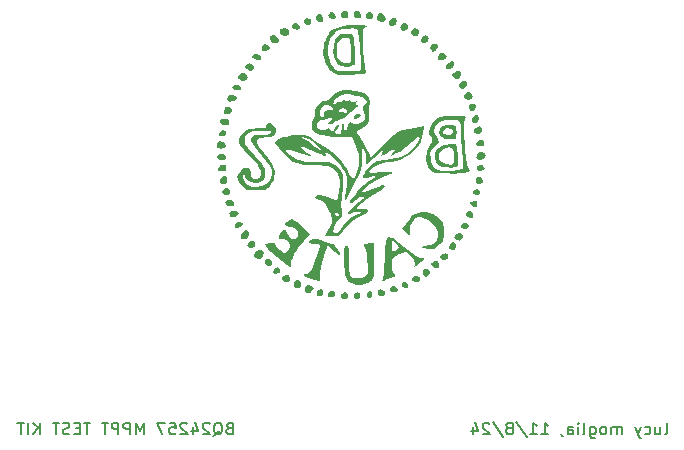
<source format=gbr>
%TF.GenerationSoftware,KiCad,Pcbnew,8.0.6*%
%TF.CreationDate,2024-11-11T10:33:33-08:00*%
%TF.ProjectId,BQ24257,42513234-3235-4372-9e6b-696361645f70,rev?*%
%TF.SameCoordinates,Original*%
%TF.FileFunction,Legend,Bot*%
%TF.FilePolarity,Positive*%
%FSLAX46Y46*%
G04 Gerber Fmt 4.6, Leading zero omitted, Abs format (unit mm)*
G04 Created by KiCad (PCBNEW 8.0.6) date 2024-11-11 10:33:33*
%MOMM*%
%LPD*%
G01*
G04 APERTURE LIST*
%ADD10C,0.000000*%
%ADD11C,0.150000*%
G04 APERTURE END LIST*
D10*
G36*
X48520973Y-105755923D02*
G01*
X48603228Y-105860495D01*
X48603228Y-106002870D01*
X48540863Y-106065235D01*
X48478496Y-106127600D01*
X48097996Y-106127600D01*
X47993425Y-106045344D01*
X47888854Y-105963089D01*
X47888854Y-105813192D01*
X47975713Y-105732272D01*
X48062570Y-105651352D01*
X48438717Y-105651352D01*
X48520973Y-105755923D01*
G37*
G36*
X49738507Y-118925925D02*
G01*
X49833523Y-118988183D01*
X49832923Y-119136096D01*
X49832323Y-119284008D01*
X49799781Y-119335301D01*
X49767242Y-119386595D01*
X49651562Y-119421189D01*
X49535869Y-119455782D01*
X49456494Y-119458647D01*
X49377120Y-119461513D01*
X49291490Y-119438542D01*
X49205863Y-119415572D01*
X49189205Y-119349789D01*
X49172548Y-119284006D01*
X49205322Y-119159625D01*
X49238096Y-119035244D01*
X49327451Y-118977387D01*
X49416806Y-118919532D01*
X49530149Y-118891600D01*
X49643492Y-118863667D01*
X49738507Y-118925925D01*
G37*
G36*
X68215646Y-116432660D02*
G01*
X68288224Y-116498342D01*
X68288224Y-116808757D01*
X68247140Y-116885521D01*
X68206056Y-116962288D01*
X68004869Y-116962288D01*
X67829044Y-116841320D01*
X67653222Y-116720351D01*
X67653222Y-116572470D01*
X67775330Y-116469725D01*
X67897438Y-116366978D01*
X68143068Y-116366978D01*
X68215646Y-116432660D01*
G37*
G36*
X50046336Y-103027230D02*
G01*
X50148297Y-103102875D01*
X50250258Y-103178520D01*
X50288128Y-103328072D01*
X50326000Y-103477624D01*
X50250778Y-103532628D01*
X50175554Y-103587643D01*
X49969420Y-103587643D01*
X49792381Y-103498347D01*
X49615342Y-103409051D01*
X49577572Y-103299053D01*
X49539801Y-103189057D01*
X49623054Y-103105802D01*
X49706307Y-103022549D01*
X50046336Y-103027230D01*
G37*
G36*
X53460503Y-100527518D02*
G01*
X53557448Y-100618594D01*
X53582253Y-100717424D01*
X53607058Y-100816254D01*
X53560373Y-100963347D01*
X53453127Y-100976757D01*
X53345882Y-100990157D01*
X53226820Y-100959909D01*
X53107758Y-100929660D01*
X53038305Y-100845343D01*
X52968852Y-100761024D01*
X52968852Y-100586550D01*
X53023732Y-100511497D01*
X53078612Y-100436443D01*
X53363556Y-100436443D01*
X53460503Y-100527518D01*
G37*
G36*
X53185820Y-117156259D02*
G01*
X53406984Y-117323242D01*
X53922234Y-117822444D01*
X54437482Y-118321647D01*
X54188894Y-118585163D01*
X53940305Y-118848680D01*
X53751820Y-119093631D01*
X53563335Y-119338583D01*
X53358413Y-119668484D01*
X53153494Y-119998383D01*
X53014408Y-120296039D01*
X52875323Y-120593695D01*
X52855373Y-121069944D01*
X52852583Y-121079872D01*
X52849786Y-121089785D01*
X52806156Y-121089785D01*
X52679144Y-121024476D01*
X52552129Y-120959165D01*
X52314004Y-120776897D01*
X52075879Y-120594631D01*
X51163066Y-119793957D01*
X50954642Y-119565478D01*
X50746219Y-119336999D01*
X50721673Y-119239200D01*
X50697129Y-119141401D01*
X50715796Y-119122731D01*
X50734465Y-119104061D01*
X51110527Y-119079360D01*
X51486589Y-119054660D01*
X51610404Y-119274047D01*
X51734219Y-119493435D01*
X51905049Y-119630213D01*
X52075880Y-119766990D01*
X52219425Y-119873445D01*
X52362971Y-119979898D01*
X52520975Y-119770625D01*
X52678978Y-119561351D01*
X52747665Y-119428524D01*
X52816351Y-119295697D01*
X52768901Y-119181140D01*
X52721448Y-119066582D01*
X52569706Y-118929493D01*
X52417964Y-118792404D01*
X52293225Y-118727899D01*
X52168483Y-118663393D01*
X52048169Y-118705336D01*
X51927854Y-118747278D01*
X51892725Y-118725566D01*
X51857596Y-118703855D01*
X51857596Y-118467253D01*
X51935232Y-118315076D01*
X52012866Y-118162899D01*
X52136713Y-118058689D01*
X52260562Y-117954479D01*
X52412078Y-117954479D01*
X52532866Y-118193757D01*
X52653654Y-118433035D01*
X52811250Y-118590631D01*
X52968847Y-118748228D01*
X53193134Y-118748228D01*
X53274786Y-118658930D01*
X53356437Y-118569634D01*
X53420612Y-118442620D01*
X53484785Y-118315607D01*
X53484785Y-118115990D01*
X53359830Y-117973674D01*
X53234877Y-117831359D01*
X53120717Y-117772326D01*
X53006558Y-117713293D01*
X52779342Y-117672092D01*
X52552127Y-117630891D01*
X52462831Y-117573490D01*
X52373535Y-117516088D01*
X52373535Y-117408093D01*
X52534031Y-117263092D01*
X52694528Y-117118093D01*
X52964654Y-116989278D01*
X53185820Y-117156259D01*
G37*
G36*
X52529449Y-100907258D02*
G01*
X52641730Y-100965322D01*
X52666384Y-101029567D01*
X52691037Y-101093812D01*
X52691037Y-101331552D01*
X52575029Y-101447560D01*
X52459018Y-101563569D01*
X52246883Y-101563569D01*
X52136131Y-101484707D01*
X52025377Y-101405843D01*
X51962125Y-101247761D01*
X51898873Y-101089678D01*
X51920994Y-101032033D01*
X51943114Y-100974388D01*
X52075027Y-100911792D01*
X52206939Y-100849195D01*
X52417167Y-100849195D01*
X52529449Y-100907258D01*
G37*
G36*
X54398394Y-100075701D02*
G01*
X54514310Y-100135643D01*
X54555175Y-100211997D01*
X54596037Y-100288353D01*
X54596037Y-100416242D01*
X54498623Y-100513656D01*
X54401208Y-100611071D01*
X54195555Y-100611071D01*
X54098140Y-100513656D01*
X54000726Y-100416242D01*
X54000726Y-100174509D01*
X54080101Y-100095134D01*
X54159476Y-100015758D01*
X54282479Y-100015758D01*
X54398394Y-100075701D01*
G37*
G36*
X59199773Y-100650283D02*
G01*
X59259304Y-100694522D01*
X59185145Y-100742077D01*
X59110986Y-100789633D01*
X58941804Y-100921890D01*
X58944399Y-101867793D01*
X58946995Y-102813694D01*
X59016388Y-103468538D01*
X59085783Y-104123382D01*
X59208388Y-104669007D01*
X59156402Y-104701135D01*
X59104415Y-104733263D01*
X58824679Y-104758882D01*
X58544943Y-104784501D01*
X57969476Y-104816940D01*
X57393995Y-104849378D01*
X57096337Y-104830146D01*
X56798682Y-104810914D01*
X56639931Y-104740529D01*
X56481182Y-104670145D01*
X56286600Y-104497190D01*
X56092018Y-104324235D01*
X55959936Y-104117755D01*
X55827851Y-103911278D01*
X55730767Y-103620454D01*
X55633681Y-103329631D01*
X55606950Y-103053414D01*
X55985101Y-103053414D01*
X56065480Y-103343472D01*
X56145859Y-103633528D01*
X56263621Y-103866816D01*
X56381384Y-104100102D01*
X56502724Y-104238303D01*
X56624067Y-104376504D01*
X56751068Y-104417708D01*
X56878069Y-104458912D01*
X57235256Y-104499181D01*
X57592422Y-104539438D01*
X57890079Y-104534818D01*
X58187734Y-104530198D01*
X58405004Y-104498712D01*
X58622273Y-104467226D01*
X58692739Y-104380204D01*
X58763205Y-104293183D01*
X58762905Y-103409008D01*
X58722858Y-102853382D01*
X58682810Y-102297757D01*
X58620206Y-101722290D01*
X58557603Y-101146821D01*
X58511330Y-101047602D01*
X58465057Y-100948383D01*
X58272422Y-100911148D01*
X58079786Y-100873913D01*
X57649579Y-100921750D01*
X57219373Y-100969586D01*
X56964437Y-101048328D01*
X56709501Y-101127070D01*
X56551759Y-101298199D01*
X56394017Y-101469328D01*
X56188726Y-101821506D01*
X56086914Y-102126161D01*
X55985101Y-102430815D01*
X55985101Y-103053414D01*
X55606950Y-103053414D01*
X55579857Y-102773448D01*
X55627524Y-102456227D01*
X55631342Y-102430815D01*
X55675192Y-102139006D01*
X55790869Y-101837828D01*
X55906546Y-101536649D01*
X56043182Y-101344466D01*
X56179820Y-101152282D01*
X56342710Y-101042885D01*
X56505600Y-100933487D01*
X56751359Y-100852674D01*
X56997117Y-100771858D01*
X57354304Y-100708034D01*
X57711492Y-100644210D01*
X59140241Y-100606042D01*
X59199773Y-100650283D01*
G37*
G36*
X68878820Y-113513776D02*
G01*
X69005011Y-113557767D01*
X69064541Y-113672885D01*
X69124071Y-113788004D01*
X69082692Y-113865322D01*
X69041312Y-113942639D01*
X68972345Y-113982819D01*
X68903381Y-114023011D01*
X68742646Y-114024210D01*
X68581912Y-114025409D01*
X68486660Y-113930158D01*
X68486958Y-113727753D01*
X68644246Y-113469785D01*
X68752630Y-113469785D01*
X68878820Y-113513776D01*
G37*
G36*
X51809810Y-121178076D02*
G01*
X51917131Y-121229254D01*
X51942391Y-121491855D01*
X51895003Y-121548952D01*
X51847616Y-121606049D01*
X51723624Y-121641999D01*
X51599630Y-121677941D01*
X51550020Y-121681525D01*
X51500411Y-121685109D01*
X51421037Y-121605735D01*
X51341661Y-121526359D01*
X51341661Y-121402076D01*
X51384543Y-121321952D01*
X51427425Y-121241827D01*
X51564958Y-121184362D01*
X51702490Y-121126898D01*
X51809810Y-121178076D01*
G37*
G36*
X65234897Y-102239653D02*
G01*
X65311662Y-102280736D01*
X65311513Y-102368636D01*
X65311364Y-102456538D01*
X65232501Y-102585885D01*
X65153637Y-102715233D01*
X65027407Y-102791999D01*
X64901169Y-102868763D01*
X64833775Y-102832694D01*
X64766381Y-102796624D01*
X64630095Y-102509423D01*
X64675904Y-102398831D01*
X64721712Y-102288241D01*
X64820118Y-102243404D01*
X64918521Y-102198570D01*
X65158130Y-102198570D01*
X65234897Y-102239653D01*
G37*
G36*
X66839631Y-110713194D02*
G01*
X66884011Y-110892113D01*
X66928392Y-111071032D01*
X66974424Y-111591670D01*
X67020457Y-112112307D01*
X66994829Y-112272577D01*
X66969201Y-112432847D01*
X66799943Y-112590194D01*
X66661037Y-112632116D01*
X66522126Y-112674038D01*
X66087972Y-112652587D01*
X65653815Y-112631137D01*
X65529379Y-112579142D01*
X65404943Y-112527149D01*
X65284539Y-112381081D01*
X65164138Y-112235011D01*
X65118836Y-112083811D01*
X65073536Y-111932612D01*
X65073536Y-111676718D01*
X65354845Y-111676718D01*
X65391702Y-111805233D01*
X65428561Y-111933747D01*
X65518940Y-112067836D01*
X65609318Y-112201926D01*
X65807756Y-112296342D01*
X66006099Y-112390758D01*
X66164849Y-112407759D01*
X66323599Y-112424758D01*
X66543614Y-112392784D01*
X66605851Y-112297800D01*
X66668089Y-112202814D01*
X66666587Y-111324599D01*
X66594357Y-111176803D01*
X66522129Y-111029007D01*
X66372857Y-110992132D01*
X66223587Y-110955259D01*
X66013306Y-111021543D01*
X65803028Y-111087828D01*
X65641391Y-111226182D01*
X65479755Y-111364537D01*
X65417300Y-111520627D01*
X65354845Y-111676718D01*
X65073536Y-111676718D01*
X65073536Y-111431100D01*
X65236747Y-111093952D01*
X65609316Y-110857907D01*
X65807754Y-110791712D01*
X66006192Y-110725514D01*
X66312926Y-110680789D01*
X66619662Y-110636061D01*
X66839631Y-110713194D01*
G37*
G36*
X55547139Y-123031866D02*
G01*
X55588225Y-123108633D01*
X55588225Y-123374003D01*
X55526443Y-123462210D01*
X55464659Y-123550412D01*
X55153490Y-123550412D01*
X55091233Y-123455396D01*
X55028976Y-123360380D01*
X55054963Y-123256841D01*
X55080949Y-123153304D01*
X55198725Y-123054203D01*
X55316501Y-122955101D01*
X55506056Y-122955101D01*
X55547139Y-123031866D01*
G37*
G36*
X67268984Y-104698616D02*
G01*
X67219987Y-104862151D01*
X67170990Y-105025686D01*
X67068969Y-105120237D01*
X66966949Y-105214787D01*
X66817700Y-105214787D01*
X66640152Y-105037238D01*
X66462601Y-104859687D01*
X66462601Y-104714665D01*
X66644851Y-104626123D01*
X66827100Y-104537580D01*
X67173952Y-104490039D01*
X67268984Y-104698616D01*
G37*
G36*
X47251897Y-109539680D02*
G01*
X47324097Y-109578321D01*
X47349466Y-109679400D01*
X47374836Y-109780480D01*
X47328247Y-109868961D01*
X47281657Y-109957444D01*
X47237989Y-109986602D01*
X47194321Y-110015782D01*
X47062728Y-110016381D01*
X46931134Y-110016981D01*
X46854369Y-109975897D01*
X46777603Y-109934812D01*
X46777603Y-109706535D01*
X46899711Y-109603788D01*
X47021818Y-109501040D01*
X47179696Y-109501040D01*
X47251897Y-109539680D01*
G37*
G36*
X49010627Y-104738300D02*
G01*
X49111232Y-104817435D01*
X49151093Y-104931782D01*
X49190954Y-105046128D01*
X49144355Y-105139597D01*
X49097754Y-105233067D01*
X48999319Y-105285014D01*
X48900872Y-105336960D01*
X48748142Y-105318814D01*
X48595414Y-105300668D01*
X48498217Y-105209357D01*
X48401022Y-105118048D01*
X48412827Y-104979179D01*
X48424632Y-104840310D01*
X48559485Y-104749737D01*
X48694338Y-104659163D01*
X48910020Y-104659163D01*
X49010627Y-104738300D01*
G37*
G36*
X67772288Y-105468789D02*
G01*
X67772288Y-105688277D01*
X67645474Y-105832711D01*
X67518660Y-105977145D01*
X67437116Y-106007997D01*
X67355565Y-106038848D01*
X67288148Y-106003543D01*
X67220731Y-105968239D01*
X67159164Y-105880340D01*
X67097597Y-105792441D01*
X67097597Y-105579034D01*
X67219706Y-105476287D01*
X67341814Y-105373540D01*
X67677037Y-105373540D01*
X67772288Y-105468789D01*
G37*
G36*
X68725057Y-108290889D02*
G01*
X68774729Y-108350741D01*
X68753662Y-108537627D01*
X68732598Y-108724513D01*
X68627262Y-108815120D01*
X68521926Y-108905725D01*
X68286263Y-108905725D01*
X68247559Y-108803923D01*
X68208853Y-108702120D01*
X68208853Y-108475252D01*
X68311600Y-108353145D01*
X68414347Y-108231038D01*
X68675385Y-108231038D01*
X68725057Y-108290889D01*
G37*
G36*
X58700842Y-108174339D02*
G01*
X58763207Y-108236705D01*
X58762008Y-108290568D01*
X58732850Y-108335141D01*
X58703692Y-108379717D01*
X58549326Y-108483971D01*
X58394944Y-108588220D01*
X58263145Y-108588220D01*
X58167896Y-108492971D01*
X58167896Y-108306802D01*
X58265310Y-108209387D01*
X58362726Y-108111972D01*
X58638475Y-108111972D01*
X58700842Y-108174339D01*
G37*
G36*
X54621774Y-122677168D02*
G01*
X54708822Y-122769826D01*
X54795868Y-122862484D01*
X54655720Y-123046034D01*
X54515571Y-123229581D01*
X54446663Y-123269729D01*
X54377755Y-123309893D01*
X54315726Y-123311093D01*
X54253698Y-123312292D01*
X54147055Y-123200980D01*
X54040411Y-123089668D01*
X54040411Y-122802023D01*
X54106100Y-122736331D01*
X54171790Y-122670642D01*
X54261471Y-122636546D01*
X54351155Y-122602447D01*
X54621774Y-122677168D01*
G37*
G36*
X49501112Y-103909383D02*
G01*
X49654076Y-103967601D01*
X49689976Y-104069683D01*
X49725877Y-104171766D01*
X49701195Y-104270108D01*
X49676512Y-104368450D01*
X49586353Y-104411902D01*
X49496188Y-104455355D01*
X49394419Y-104460725D01*
X49266709Y-104406671D01*
X49139001Y-104352617D01*
X49066572Y-104271273D01*
X48994144Y-104189931D01*
X49007044Y-104077281D01*
X49019944Y-103964630D01*
X49348150Y-103851164D01*
X49501112Y-103909383D01*
G37*
G36*
X51581089Y-101544397D02*
G01*
X51697508Y-101604600D01*
X51757712Y-101721019D01*
X51817914Y-101837440D01*
X51817914Y-102000132D01*
X51738539Y-102079507D01*
X51659166Y-102158881D01*
X51465895Y-102158881D01*
X51364112Y-102120182D01*
X51262328Y-102081485D01*
X51183083Y-101951510D01*
X51103837Y-101821536D01*
X51103689Y-101693949D01*
X51103540Y-101566360D01*
X51180305Y-101525277D01*
X51257070Y-101484194D01*
X51464669Y-101484194D01*
X51581089Y-101544397D01*
G37*
G36*
X67188774Y-118206881D02*
G01*
X67295031Y-118233551D01*
X67358573Y-118330525D01*
X67422113Y-118427503D01*
X67396297Y-118545040D01*
X67370481Y-118662580D01*
X67276606Y-118763874D01*
X67182732Y-118865168D01*
X67067268Y-118824917D01*
X66951804Y-118784666D01*
X66680881Y-118555761D01*
X66741622Y-118443634D01*
X66802360Y-118331507D01*
X67082516Y-118180212D01*
X67188774Y-118206881D01*
G37*
G36*
X61354183Y-118603197D02*
G01*
X61481965Y-118656588D01*
X62454237Y-119388557D01*
X63426509Y-120120528D01*
X63614592Y-120208293D01*
X63802676Y-120296057D01*
X63932090Y-120296657D01*
X64061507Y-120297257D01*
X64121039Y-120335208D01*
X64180569Y-120373159D01*
X64137326Y-120443741D01*
X64094084Y-120514326D01*
X63873133Y-120693453D01*
X63652182Y-120872581D01*
X63483917Y-120967150D01*
X63315652Y-121061720D01*
X63335871Y-120882343D01*
X63356091Y-120702964D01*
X63301784Y-120573806D01*
X63247477Y-120444650D01*
X62923154Y-120112377D01*
X62598831Y-119780103D01*
X62487860Y-119780103D01*
X62020739Y-120018257D01*
X61553620Y-120256408D01*
X61478041Y-120339842D01*
X61402461Y-120423279D01*
X61388961Y-120788636D01*
X61375462Y-121153994D01*
X61420391Y-121320851D01*
X61465321Y-121487710D01*
X61585840Y-121624973D01*
X61706359Y-121762236D01*
X61693308Y-121829685D01*
X61680257Y-121897136D01*
X61461975Y-121942299D01*
X61243694Y-121987462D01*
X61005568Y-122112187D01*
X60767444Y-122236936D01*
X60678148Y-122238841D01*
X60588850Y-122240745D01*
X60588850Y-122206225D01*
X60627808Y-122103762D01*
X60666765Y-122001298D01*
X60707306Y-121654693D01*
X60747847Y-121308088D01*
X60807563Y-120176995D01*
X60842019Y-119524318D01*
X61382600Y-119524318D01*
X61444382Y-119612525D01*
X61506164Y-119700720D01*
X61573366Y-119698680D01*
X61640569Y-119696641D01*
X61789740Y-119634774D01*
X61938912Y-119572905D01*
X61961786Y-119481764D01*
X61984661Y-119390624D01*
X61936749Y-119297629D01*
X61888837Y-119204637D01*
X61784547Y-119091951D01*
X61680257Y-118979268D01*
X61577019Y-118925314D01*
X61473782Y-118871360D01*
X61428191Y-118916953D01*
X61382600Y-118962544D01*
X61382600Y-119524318D01*
X60842019Y-119524318D01*
X60867276Y-119045900D01*
X60886793Y-118962544D01*
X60908955Y-118867894D01*
X60950634Y-118689886D01*
X61014019Y-118619846D01*
X61077404Y-118549806D01*
X61226400Y-118549806D01*
X61354183Y-118603197D01*
G37*
G36*
X69083676Y-112478511D02*
G01*
X69159532Y-112519108D01*
X69202328Y-112599073D01*
X69245122Y-112679037D01*
X69220355Y-112757074D01*
X69195588Y-112835109D01*
X69089171Y-112892890D01*
X68982757Y-112950669D01*
X68770144Y-112953851D01*
X68707779Y-112891485D01*
X68645413Y-112829117D01*
X68645413Y-112561476D01*
X68733619Y-112499694D01*
X68821824Y-112437915D01*
X69007820Y-112437915D01*
X69083676Y-112478511D01*
G37*
G36*
X66661037Y-103762224D02*
G01*
X66661037Y-103948728D01*
X66601734Y-104063411D01*
X66542428Y-104178093D01*
X66453995Y-104240034D01*
X66365555Y-104301976D01*
X66064017Y-104301976D01*
X66020143Y-104205685D01*
X65976268Y-104109392D01*
X66002311Y-104005637D01*
X66028353Y-103901880D01*
X66213557Y-103784428D01*
X66398761Y-103666975D01*
X66565786Y-103666975D01*
X66661037Y-103762224D01*
G37*
G36*
X62725789Y-122498697D02*
G01*
X62753006Y-122607750D01*
X62780222Y-122716801D01*
X62757343Y-122776420D01*
X62734464Y-122836044D01*
X62471822Y-122836044D01*
X62383615Y-122774262D01*
X62295411Y-122712482D01*
X62295411Y-122455045D01*
X62390663Y-122359793D01*
X62600609Y-122359793D01*
X62725789Y-122498697D01*
G37*
G36*
X65310266Y-120690309D02*
G01*
X65351350Y-120767073D01*
X65351350Y-121063700D01*
X65285668Y-121136278D01*
X65219986Y-121208852D01*
X65084398Y-121208852D01*
X64898331Y-121009931D01*
X64712264Y-120811010D01*
X64738995Y-120767755D01*
X64765726Y-120724504D01*
X64898514Y-120669023D01*
X65031300Y-120613542D01*
X65269181Y-120613542D01*
X65310266Y-120690309D01*
G37*
G36*
X48150783Y-106628217D02*
G01*
X48285765Y-106692272D01*
X48284865Y-106757202D01*
X48283965Y-106822133D01*
X48215393Y-106906261D01*
X48146822Y-106990386D01*
X48067448Y-107034037D01*
X47988105Y-107077701D01*
X47836224Y-107078902D01*
X47684343Y-107080102D01*
X47568333Y-106964092D01*
X47452324Y-106848082D01*
X47452324Y-106758995D01*
X47549740Y-106661579D01*
X47647154Y-106564165D01*
X48015801Y-106564165D01*
X48150783Y-106628217D01*
G37*
G36*
X56498281Y-123158596D02*
G01*
X56600249Y-123215546D01*
X56612639Y-123342630D01*
X56625030Y-123469717D01*
X56525150Y-123569596D01*
X56425263Y-123669478D01*
X56120029Y-123669478D01*
X56024780Y-123574227D01*
X56024780Y-123327256D01*
X56105254Y-123240879D01*
X56185728Y-123154499D01*
X56291020Y-123128074D01*
X56396313Y-123101647D01*
X56498281Y-123158596D01*
G37*
G36*
X60539682Y-123008630D02*
G01*
X60678067Y-123031085D01*
X60752520Y-123098464D01*
X60826973Y-123165842D01*
X60826973Y-123355585D01*
X60729559Y-123452999D01*
X60632143Y-123550414D01*
X60392241Y-123550414D01*
X60329980Y-123455393D01*
X60267720Y-123360371D01*
X60245121Y-123221110D01*
X60222522Y-123081849D01*
X60311910Y-123034011D01*
X60401296Y-122986172D01*
X60539682Y-123008630D01*
G37*
G36*
X68490274Y-115500779D02*
G01*
X68625562Y-115513695D01*
X68638116Y-115666416D01*
X68650670Y-115819138D01*
X68582358Y-115894618D01*
X68514028Y-115970097D01*
X68299943Y-115970097D01*
X68165091Y-115879437D01*
X68030238Y-115788777D01*
X68018103Y-115704974D01*
X68005967Y-115621171D01*
X68180476Y-115554525D01*
X68354987Y-115487879D01*
X68490274Y-115500779D01*
G37*
G36*
X57474881Y-123249590D02*
G01*
X57567050Y-123272723D01*
X57629358Y-123335029D01*
X57691663Y-123397335D01*
X57691663Y-123664976D01*
X57603456Y-123726756D01*
X57515252Y-123788538D01*
X57291180Y-123788538D01*
X57193764Y-123691123D01*
X57096350Y-123593709D01*
X57096350Y-123477531D01*
X57121004Y-123413286D01*
X57145657Y-123349041D01*
X57264183Y-123287749D01*
X57382712Y-123226457D01*
X57474881Y-123249590D01*
G37*
G36*
X61612473Y-99983539D02*
G01*
X61719357Y-99995914D01*
X61773959Y-100110340D01*
X61828561Y-100224766D01*
X61782734Y-100377716D01*
X61736910Y-100530669D01*
X61629207Y-100589124D01*
X61521503Y-100647566D01*
X61415198Y-100649155D01*
X61308892Y-100650745D01*
X61246526Y-100588378D01*
X61184159Y-100526012D01*
X61184308Y-100419706D01*
X61184457Y-100313401D01*
X61338663Y-100060498D01*
X61422125Y-100015831D01*
X61505587Y-99971164D01*
X61612473Y-99983539D01*
G37*
G36*
X67784833Y-117404790D02*
G01*
X67871522Y-117450420D01*
X67900679Y-117494088D01*
X67929839Y-117537757D01*
X67930439Y-117585984D01*
X67931038Y-117634212D01*
X67807863Y-117774501D01*
X67684697Y-117914789D01*
X67609606Y-117914789D01*
X67482592Y-117850471D01*
X67355579Y-117786153D01*
X67286127Y-117725257D01*
X67216675Y-117664360D01*
X67216675Y-117523674D01*
X67321247Y-117441418D01*
X67425818Y-117359162D01*
X67698144Y-117359162D01*
X67784833Y-117404790D01*
G37*
G36*
X62680441Y-100502841D02*
G01*
X62744191Y-100566590D01*
X62740651Y-100691097D01*
X62737110Y-100815603D01*
X62672698Y-100913909D01*
X62608286Y-101012216D01*
X62521302Y-101047253D01*
X62434315Y-101082281D01*
X62382096Y-101084801D01*
X62329879Y-101087321D01*
X62257289Y-101048471D01*
X62184697Y-101009622D01*
X62142381Y-100888236D01*
X62100065Y-100766852D01*
X62136435Y-100671192D01*
X62172806Y-100575534D01*
X62276925Y-100507313D01*
X62381045Y-100439091D01*
X62616693Y-100439091D01*
X62680441Y-100502841D01*
G37*
G36*
X50846856Y-102280418D02*
G01*
X51035599Y-102377547D01*
X51079490Y-102448779D01*
X51123382Y-102520010D01*
X50953741Y-102679128D01*
X50784099Y-102838238D01*
X50636522Y-102825983D01*
X50488946Y-102813727D01*
X50433687Y-102697906D01*
X50378427Y-102582084D01*
X50413560Y-102441238D01*
X50448693Y-102300392D01*
X50553403Y-102241840D01*
X50658114Y-102183287D01*
X50846856Y-102280418D01*
G37*
G36*
X66075649Y-119974355D02*
G01*
X66184789Y-120016268D01*
X66184789Y-120280873D01*
X66135179Y-120343056D01*
X66085569Y-120405239D01*
X66006195Y-120448653D01*
X65926823Y-120492086D01*
X65834474Y-120493285D01*
X65742122Y-120494484D01*
X65626111Y-120378475D01*
X65510102Y-120262464D01*
X65510102Y-120181408D01*
X65599398Y-120078636D01*
X65688694Y-119975865D01*
X65827600Y-119954154D01*
X65966507Y-119932442D01*
X66075649Y-119974355D01*
G37*
G36*
X57927446Y-101393248D02*
G01*
X58103698Y-101426028D01*
X58133082Y-101544392D01*
X58162463Y-101662756D01*
X58206278Y-102099320D01*
X58250093Y-102535881D01*
X58273848Y-103210569D01*
X58297603Y-103885256D01*
X58222836Y-103951088D01*
X58148069Y-104016920D01*
X57949631Y-104079700D01*
X57751198Y-104142492D01*
X57493230Y-104128961D01*
X57235260Y-104115431D01*
X57072752Y-104032448D01*
X56910245Y-103949464D01*
X56779289Y-103800315D01*
X56648333Y-103651164D01*
X56576929Y-103489743D01*
X56505526Y-103328321D01*
X56463313Y-103064086D01*
X56449920Y-102980245D01*
X56730028Y-102980245D01*
X56797603Y-103212693D01*
X56865178Y-103445142D01*
X57011423Y-103591387D01*
X57157671Y-103737634D01*
X57315526Y-103781458D01*
X57473370Y-103825425D01*
X57795544Y-103825725D01*
X57872528Y-103769433D01*
X57949513Y-103713140D01*
X57963718Y-103232120D01*
X57977924Y-102751102D01*
X57933284Y-102372583D01*
X57888643Y-101994064D01*
X57831865Y-101858176D01*
X57775088Y-101722287D01*
X57252550Y-101722287D01*
X57113350Y-101780448D01*
X56974150Y-101838610D01*
X56868695Y-102068183D01*
X56763242Y-102297755D01*
X56746635Y-102639000D01*
X56730028Y-102980245D01*
X56449920Y-102980245D01*
X56421102Y-102799850D01*
X56461756Y-102509115D01*
X56502410Y-102218381D01*
X56560205Y-102017450D01*
X56618001Y-101816519D01*
X56708483Y-101682251D01*
X56798966Y-101547985D01*
X56930338Y-101471260D01*
X57061709Y-101394533D01*
X57751195Y-101360469D01*
X57927446Y-101393248D01*
G37*
G36*
X69178946Y-110462367D02*
G01*
X69240728Y-110550573D01*
X69240728Y-110755162D01*
X69145476Y-110850413D01*
X68661290Y-110850413D01*
X68566039Y-110755162D01*
X68566039Y-110568991D01*
X68663453Y-110471577D01*
X68760868Y-110374160D01*
X69117163Y-110374160D01*
X69178946Y-110462367D01*
G37*
G36*
X51272168Y-109022526D02*
G01*
X51456342Y-109139326D01*
X51523475Y-109269146D01*
X51590608Y-109398966D01*
X51590608Y-109682486D01*
X51527413Y-109804693D01*
X51464218Y-109926898D01*
X51325816Y-109992573D01*
X51187412Y-110058248D01*
X50758520Y-110098149D01*
X50329629Y-110138050D01*
X50203817Y-110178759D01*
X50078008Y-110219470D01*
X49987131Y-110328972D01*
X49983846Y-110444617D01*
X49980561Y-110560264D01*
X50161477Y-110922511D01*
X50556583Y-111412320D01*
X50951690Y-111902130D01*
X51110669Y-112133573D01*
X51269646Y-112365016D01*
X51363716Y-112570490D01*
X51457784Y-112775962D01*
X51483567Y-112995331D01*
X51509349Y-113214701D01*
X51446328Y-113460698D01*
X51383306Y-113706696D01*
X51286637Y-113895821D01*
X51189966Y-114084946D01*
X51048845Y-114248473D01*
X50907722Y-114412002D01*
X50768750Y-114477950D01*
X50629776Y-114543895D01*
X50400330Y-114579427D01*
X50170879Y-114614949D01*
X49714473Y-114606430D01*
X49258067Y-114597911D01*
X49133881Y-114531396D01*
X49009693Y-114464883D01*
X48785191Y-114259702D01*
X48560688Y-114054521D01*
X48467588Y-113891131D01*
X48374487Y-113727742D01*
X48348237Y-113614797D01*
X48340652Y-113582159D01*
X48797803Y-113582159D01*
X48861202Y-113734331D01*
X48924601Y-113886505D01*
X49070800Y-114036537D01*
X49216998Y-114186569D01*
X49413409Y-114244898D01*
X49609835Y-114303162D01*
X49850678Y-114299172D01*
X50091522Y-114295183D01*
X50240511Y-114260068D01*
X50389502Y-114224955D01*
X50577855Y-114128578D01*
X50766209Y-114032200D01*
X50913079Y-113879943D01*
X51059948Y-113727687D01*
X51147632Y-113529248D01*
X51235315Y-113330810D01*
X51237625Y-113112528D01*
X51239935Y-112894248D01*
X51145216Y-112706441D01*
X51050495Y-112518634D01*
X50709911Y-112085336D01*
X50369327Y-111652037D01*
X50081425Y-111300800D01*
X49793522Y-110949562D01*
X49654784Y-110676339D01*
X49516046Y-110403116D01*
X49516046Y-110181746D01*
X49617656Y-110060988D01*
X49719268Y-109940230D01*
X49858597Y-109914092D01*
X49997926Y-109887953D01*
X50421751Y-109882733D01*
X50845577Y-109877512D01*
X51037171Y-109789335D01*
X51228765Y-109701156D01*
X51215009Y-109630833D01*
X51201254Y-109560509D01*
X50586849Y-109562145D01*
X49972445Y-109563780D01*
X49685441Y-109615220D01*
X49398437Y-109666658D01*
X49272371Y-109752492D01*
X49146305Y-109838327D01*
X49063281Y-109950376D01*
X48980256Y-110062428D01*
X48980256Y-110718238D01*
X49098146Y-110888352D01*
X49216035Y-111058467D01*
X49818811Y-111682781D01*
X50421586Y-112307097D01*
X50530634Y-112521305D01*
X50639683Y-112735514D01*
X50658200Y-113017816D01*
X50676716Y-113300117D01*
X50626650Y-113454376D01*
X50576584Y-113608638D01*
X50496721Y-113722402D01*
X50416859Y-113836167D01*
X50254183Y-113910046D01*
X50091508Y-113983924D01*
X49944168Y-113984824D01*
X49796828Y-113985723D01*
X49570358Y-113900989D01*
X49343888Y-113816255D01*
X49172104Y-113657910D01*
X49000318Y-113499565D01*
X48954630Y-113347068D01*
X48908941Y-113194570D01*
X48879726Y-113212627D01*
X48850510Y-113230683D01*
X48824157Y-113406421D01*
X48797803Y-113582159D01*
X48340652Y-113582159D01*
X48321989Y-113501853D01*
X48381688Y-113297297D01*
X48441387Y-113092741D01*
X48591758Y-112937966D01*
X48742128Y-112783190D01*
X48869838Y-112729606D01*
X48997548Y-112676023D01*
X49262738Y-112676023D01*
X49333604Y-112727839D01*
X49404469Y-112779658D01*
X49436356Y-113070134D01*
X49468241Y-113360610D01*
X49545317Y-113464800D01*
X49622392Y-113568989D01*
X49729090Y-113621305D01*
X49835787Y-113673620D01*
X49974005Y-113628004D01*
X50112223Y-113582390D01*
X50220925Y-113439875D01*
X50329629Y-113297359D01*
X50329629Y-112930903D01*
X50193904Y-112706961D01*
X50058181Y-112483018D01*
X48842395Y-111157847D01*
X48697618Y-110939732D01*
X48552841Y-110721614D01*
X48498745Y-110541869D01*
X48444649Y-110362123D01*
X48485328Y-110211055D01*
X48526007Y-110059986D01*
X48655230Y-109889645D01*
X48784455Y-109719304D01*
X48971004Y-109593748D01*
X49157555Y-109468190D01*
X49347189Y-109427520D01*
X49536824Y-109386850D01*
X50052288Y-109359279D01*
X50567751Y-109331708D01*
X50640565Y-109294108D01*
X50713378Y-109256509D01*
X50774011Y-109110876D01*
X50834642Y-108965240D01*
X50879791Y-108936083D01*
X50924939Y-108906925D01*
X51006467Y-108906325D01*
X51087994Y-108905725D01*
X51272168Y-109022526D01*
G37*
G36*
X47299488Y-111601947D02*
G01*
X47377799Y-111698656D01*
X47353820Y-111800383D01*
X47329843Y-111902111D01*
X47242704Y-111975660D01*
X47155567Y-112049209D01*
X46977816Y-112029175D01*
X46800065Y-112009139D01*
X46708017Y-111902127D01*
X46615971Y-111795118D01*
X46667058Y-111624299D01*
X46723748Y-111564767D01*
X46780437Y-111505237D01*
X47221178Y-111505237D01*
X47299488Y-111601947D01*
G37*
G36*
X63690574Y-121908908D02*
G01*
X63767643Y-121978652D01*
X63755824Y-122138526D01*
X63744004Y-122298403D01*
X63644786Y-122348871D01*
X63545564Y-122399342D01*
X63427804Y-122374522D01*
X63310044Y-122349702D01*
X63242112Y-122307279D01*
X63174183Y-122264853D01*
X63129262Y-122166265D01*
X63084342Y-122067676D01*
X63160198Y-121965689D01*
X63236054Y-121863701D01*
X63424781Y-121851431D01*
X63613505Y-121839160D01*
X63690574Y-121908908D01*
G37*
G36*
X47549959Y-108602029D02*
G01*
X47623113Y-108655521D01*
X47599864Y-108828839D01*
X47576617Y-109002160D01*
X47504531Y-109056277D01*
X47432446Y-109110394D01*
X47260758Y-109091971D01*
X47089069Y-109073546D01*
X46973024Y-108962368D01*
X46856978Y-108851187D01*
X46856978Y-108672103D01*
X47033389Y-108548539D01*
X47476808Y-108548539D01*
X47549959Y-108602029D01*
G37*
G36*
X59910706Y-121704944D02*
G01*
X59877581Y-121876319D01*
X59844456Y-122047697D01*
X59730482Y-122166743D01*
X59616506Y-122285787D01*
X59338694Y-122422619D01*
X59060882Y-122559452D01*
X58822757Y-122589655D01*
X58584616Y-122619853D01*
X58375920Y-122592415D01*
X58167225Y-122564979D01*
X57988921Y-122478663D01*
X57810614Y-122392347D01*
X57691911Y-122248339D01*
X57573208Y-122104334D01*
X57514746Y-121924483D01*
X57456285Y-121744632D01*
X57374149Y-120475986D01*
X57378108Y-119999060D01*
X57382068Y-119522132D01*
X57409448Y-119422914D01*
X57436828Y-119323696D01*
X57544379Y-119311142D01*
X57651931Y-119298588D01*
X57690932Y-119401171D01*
X57729935Y-119503753D01*
X57767603Y-120445602D01*
X57805272Y-121387451D01*
X57850772Y-121594882D01*
X57896273Y-121802313D01*
X58013413Y-121900881D01*
X58130556Y-121999449D01*
X58272229Y-122026026D01*
X58413903Y-122052604D01*
X58641043Y-122032007D01*
X58868183Y-122011410D01*
X59030229Y-121928740D01*
X59192277Y-121846068D01*
X59368390Y-121625572D01*
X59344833Y-121010416D01*
X59321276Y-120395259D01*
X59259194Y-120020935D01*
X59197111Y-119646610D01*
X59119070Y-119470185D01*
X59041030Y-119293763D01*
X59041030Y-119187008D01*
X59249390Y-119128275D01*
X59457749Y-119069539D01*
X59616498Y-119044323D01*
X59775249Y-119019107D01*
X59914156Y-118981003D01*
X59910706Y-121704944D01*
G37*
G36*
X66760003Y-109118920D02*
G01*
X66834456Y-109173360D01*
X66865561Y-109446341D01*
X66896666Y-109719322D01*
X66873645Y-109926493D01*
X66850624Y-110133665D01*
X66791014Y-110183138D01*
X66731404Y-110232608D01*
X66547393Y-110254135D01*
X66363376Y-110275668D01*
X66145094Y-110250660D01*
X65926812Y-110225653D01*
X65787905Y-110166560D01*
X65648999Y-110107467D01*
X65542377Y-109999799D01*
X65435755Y-109892128D01*
X65411143Y-109780072D01*
X65386531Y-109668015D01*
X65392362Y-109654060D01*
X65741056Y-109654060D01*
X65764887Y-109729142D01*
X65788716Y-109804222D01*
X65928567Y-109870911D01*
X66068414Y-109937603D01*
X66332830Y-109937603D01*
X66437401Y-109855347D01*
X66541973Y-109773091D01*
X66541973Y-109513340D01*
X66464208Y-109442965D01*
X66386443Y-109372589D01*
X66039188Y-109333448D01*
X65914125Y-109398122D01*
X65789059Y-109462795D01*
X65765059Y-109558428D01*
X65741056Y-109654060D01*
X65392362Y-109654060D01*
X65450209Y-109515617D01*
X65513884Y-109363219D01*
X65601287Y-109269610D01*
X65688690Y-109175999D01*
X65795861Y-109120240D01*
X65903031Y-109064479D01*
X66685550Y-109064479D01*
X66760003Y-109118920D01*
G37*
G36*
X49196157Y-118070200D02*
G01*
X49278560Y-118185923D01*
X49301181Y-118299029D01*
X49323803Y-118412136D01*
X49242971Y-118514897D01*
X49162140Y-118617658D01*
X49031510Y-118682981D01*
X48900880Y-118748304D01*
X48801661Y-118726248D01*
X48702442Y-118704193D01*
X48652832Y-118639250D01*
X48603223Y-118574305D01*
X48603223Y-118426784D01*
X48718231Y-118204384D01*
X48860545Y-118079431D01*
X49002861Y-117954477D01*
X49113756Y-117954477D01*
X49196157Y-118070200D01*
G37*
G36*
X55485479Y-99820367D02*
G01*
X55588226Y-99942473D01*
X55588226Y-100257715D01*
X55459241Y-100313776D01*
X55330257Y-100369826D01*
X55276680Y-100371385D01*
X55223101Y-100372945D01*
X55088164Y-100238008D01*
X54953225Y-100103071D01*
X54953225Y-99857008D01*
X55032600Y-99777633D01*
X55111975Y-99698259D01*
X55382732Y-99698259D01*
X55485479Y-99820367D01*
G37*
G36*
X59714328Y-123230304D02*
G01*
X59755411Y-123307069D01*
X59755411Y-123539709D01*
X59673156Y-123644281D01*
X59590895Y-123748852D01*
X59401012Y-123748852D01*
X59354652Y-123662225D01*
X59308289Y-123575598D01*
X59304224Y-123420478D01*
X59300159Y-123265360D01*
X59376621Y-123209449D01*
X59453083Y-123153540D01*
X59673245Y-123153540D01*
X59714328Y-123230304D01*
G37*
G36*
X68786212Y-114606678D02*
G01*
X68883537Y-114711693D01*
X68883537Y-114894595D01*
X68814085Y-114937357D01*
X68744631Y-114980121D01*
X68553151Y-114964715D01*
X68361670Y-114949309D01*
X68238243Y-114825882D01*
X68263807Y-114724025D01*
X68289371Y-114622171D01*
X68405888Y-114561917D01*
X68522405Y-114501664D01*
X68688889Y-114501664D01*
X68786212Y-114606678D01*
G37*
G36*
X68346237Y-107254765D02*
G01*
X68449785Y-107280755D01*
X68488132Y-107381620D01*
X68526481Y-107482484D01*
X68502117Y-107579560D01*
X68477752Y-107676636D01*
X68353225Y-107774803D01*
X68228697Y-107872951D01*
X68132571Y-107873851D01*
X68054966Y-107790554D01*
X67977364Y-107707257D01*
X67952393Y-107607757D01*
X67927420Y-107508258D01*
X68054303Y-107314610D01*
X68148497Y-107271692D01*
X68242688Y-107228776D01*
X68346237Y-107254765D01*
G37*
G36*
X59697686Y-99597236D02*
G01*
X59795100Y-99694650D01*
X59795100Y-100011814D01*
X59725647Y-100052266D01*
X59656193Y-100092734D01*
X59376197Y-100095134D01*
X59287993Y-100033352D01*
X59199787Y-99971570D01*
X59199787Y-99664332D01*
X59304358Y-99582077D01*
X59408930Y-99499821D01*
X59600270Y-99499821D01*
X59697686Y-99597236D01*
G37*
G36*
X61822214Y-122832986D02*
G01*
X61938225Y-122948997D01*
X61938225Y-123069666D01*
X61850019Y-123131446D01*
X61761812Y-123193228D01*
X61387099Y-123193228D01*
X61263535Y-123016815D01*
X61263535Y-122875725D01*
X61342910Y-122796351D01*
X61422284Y-122716975D01*
X61706203Y-122716975D01*
X61822214Y-122832986D01*
G37*
G36*
X69179323Y-111405330D02*
G01*
X69281837Y-111444304D01*
X69321095Y-111547562D01*
X69360355Y-111650820D01*
X69297724Y-111782807D01*
X69235090Y-111914791D01*
X69108924Y-111977011D01*
X68982757Y-112039241D01*
X68871811Y-112040141D01*
X68760868Y-112041040D01*
X68557170Y-111837342D01*
X68581349Y-111710988D01*
X68605528Y-111584634D01*
X68725315Y-111475494D01*
X68845103Y-111366354D01*
X69076809Y-111366354D01*
X69179323Y-111405330D01*
G37*
G36*
X68919787Y-109259475D02*
G01*
X69002601Y-109342290D01*
X69002601Y-109663397D01*
X68905187Y-109760812D01*
X68807772Y-109858229D01*
X68682551Y-109858229D01*
X68427133Y-109751460D01*
X68373091Y-109686297D01*
X68319050Y-109621132D01*
X68343634Y-109523183D01*
X68368219Y-109425233D01*
X68496894Y-109327319D01*
X68625571Y-109229407D01*
X68731271Y-109203034D01*
X68836973Y-109176661D01*
X68919787Y-109259475D01*
G37*
G36*
X52605637Y-121742726D02*
G01*
X52678990Y-121766005D01*
X52724700Y-121866329D01*
X52770411Y-121966652D01*
X52770411Y-122185871D01*
X52720802Y-122248422D01*
X52671193Y-122310973D01*
X52611662Y-122332250D01*
X52552128Y-122353524D01*
X52446516Y-122356660D01*
X52340903Y-122359796D01*
X52238156Y-122237687D01*
X52135411Y-122115579D01*
X52135411Y-121977769D01*
X52244551Y-121875585D01*
X52353691Y-121773398D01*
X52442989Y-121746420D01*
X52532285Y-121719444D01*
X52605637Y-121742726D01*
G37*
G36*
X48223295Y-116342858D02*
G01*
X48324409Y-116368237D01*
X48387263Y-116464163D01*
X48450117Y-116560092D01*
X48404485Y-116645358D01*
X48358852Y-116730623D01*
X48232991Y-116786280D01*
X48107133Y-116841938D01*
X47888852Y-116832668D01*
X47670570Y-116823382D01*
X47658660Y-116681404D01*
X47646750Y-116539429D01*
X47718597Y-116450703D01*
X47790443Y-116361977D01*
X47956311Y-116339730D01*
X48122181Y-116317482D01*
X48223295Y-116342858D01*
G37*
G36*
X63527844Y-100916288D02*
G01*
X63641426Y-100983383D01*
X63685923Y-101090806D01*
X63730420Y-101198230D01*
X63667263Y-101320362D01*
X63604105Y-101442494D01*
X63495464Y-101501443D01*
X63386821Y-101560388D01*
X63358922Y-101561977D01*
X63331024Y-101563567D01*
X63234314Y-101519503D01*
X63137605Y-101475438D01*
X63093541Y-101378729D01*
X63049476Y-101282019D01*
X63049476Y-101093407D01*
X63152224Y-100971300D01*
X63254971Y-100849192D01*
X63414261Y-100849192D01*
X63527844Y-100916288D01*
G37*
G36*
X64352539Y-116445661D02*
G01*
X64617129Y-116491654D01*
X64875097Y-116614170D01*
X65133065Y-116736686D01*
X65700377Y-117302359D01*
X65763987Y-117516560D01*
X65827598Y-117730761D01*
X65827598Y-118592030D01*
X65766368Y-118739583D01*
X65705137Y-118887136D01*
X65438945Y-119159265D01*
X65172756Y-119431394D01*
X65053694Y-119487365D01*
X64934513Y-119543320D01*
X64537636Y-119529056D01*
X64140762Y-119514792D01*
X64021700Y-119465885D01*
X63902638Y-119416977D01*
X63974294Y-119364346D01*
X64045950Y-119311714D01*
X64696391Y-119254375D01*
X64894827Y-119179494D01*
X64989341Y-119092842D01*
X65083856Y-119006189D01*
X65197670Y-118768065D01*
X65311481Y-118529941D01*
X65311181Y-118331503D01*
X65310881Y-118133067D01*
X65210663Y-117917774D01*
X65110445Y-117702481D01*
X64823990Y-117421679D01*
X64537535Y-117140880D01*
X64305186Y-117028433D01*
X64072837Y-116915988D01*
X63864522Y-116894487D01*
X63656208Y-116872988D01*
X63380062Y-116964124D01*
X63277143Y-117072348D01*
X63174224Y-117180573D01*
X63064518Y-117398853D01*
X62954813Y-117617135D01*
X62938398Y-117974324D01*
X62921982Y-118331512D01*
X62885512Y-118370211D01*
X62849042Y-118408911D01*
X62550800Y-118099838D01*
X62252560Y-117790767D01*
X62585819Y-117426138D01*
X62919080Y-117061511D01*
X63026863Y-116889035D01*
X63134645Y-116716561D01*
X63379794Y-116605816D01*
X63624942Y-116495074D01*
X63856447Y-116447370D01*
X64087952Y-116399667D01*
X64352539Y-116445661D01*
G37*
G36*
X47022723Y-110490865D02*
G01*
X47168626Y-110534325D01*
X47270770Y-110655717D01*
X47372915Y-110777107D01*
X47372915Y-110920048D01*
X47311304Y-110971180D01*
X47249693Y-111022312D01*
X47102943Y-111047087D01*
X46956196Y-111071861D01*
X46856977Y-111055164D01*
X46757759Y-111038467D01*
X46691875Y-110981196D01*
X46625992Y-110923925D01*
X46602514Y-110830381D01*
X46579035Y-110736837D01*
X46618076Y-110634152D01*
X46657116Y-110531468D01*
X46876821Y-110447405D01*
X47022723Y-110490865D01*
G37*
G36*
X58251858Y-106201730D02*
G01*
X58752531Y-106279952D01*
X58918973Y-106329819D01*
X59085414Y-106379687D01*
X59260846Y-106534108D01*
X59436277Y-106688526D01*
X59474192Y-106834700D01*
X59512107Y-106980871D01*
X59482169Y-107873839D01*
X59452230Y-108766809D01*
X59387363Y-108890287D01*
X59322497Y-109013766D01*
X59191685Y-109122737D01*
X59060874Y-109231709D01*
X58753296Y-109424539D01*
X58445717Y-109617367D01*
X58445717Y-109723129D01*
X58705418Y-110114274D01*
X58965121Y-110505419D01*
X59239177Y-111045020D01*
X59513234Y-111584620D01*
X59569976Y-111661790D01*
X59626718Y-111738960D01*
X60474890Y-110906672D01*
X61323062Y-110074385D01*
X61586161Y-109886862D01*
X61849261Y-109699338D01*
X62074632Y-109599669D01*
X62300000Y-109500000D01*
X62823563Y-109399670D01*
X63347123Y-109299339D01*
X63725506Y-109221593D01*
X64103887Y-109143845D01*
X64160716Y-109143845D01*
X64160716Y-109347741D01*
X64060166Y-109744415D01*
X63959616Y-110141088D01*
X63895247Y-110307233D01*
X63830879Y-110473378D01*
X63656686Y-110739344D01*
X63482495Y-111005309D01*
X63151377Y-111315107D01*
X62820256Y-111624906D01*
X62524824Y-111793939D01*
X62229393Y-111962973D01*
X61994509Y-112045829D01*
X61759626Y-112128686D01*
X61368739Y-112162908D01*
X60977851Y-112197133D01*
X60674207Y-112280158D01*
X60370565Y-112363182D01*
X60083039Y-112501157D01*
X59795514Y-112639134D01*
X59632489Y-112794215D01*
X59469463Y-112949296D01*
X59486038Y-112999018D01*
X59502611Y-113048743D01*
X59735565Y-113113173D01*
X60559526Y-113065708D01*
X61383484Y-113018242D01*
X61429823Y-113064579D01*
X61476161Y-113110916D01*
X61082112Y-113293047D01*
X60688065Y-113475175D01*
X60330877Y-113648196D01*
X59973690Y-113821219D01*
X59553805Y-114098899D01*
X59133920Y-114376578D01*
X59007228Y-114520872D01*
X58880535Y-114665166D01*
X58903595Y-114702478D01*
X58926655Y-114739788D01*
X59086792Y-114739788D01*
X59550086Y-114557022D01*
X60013379Y-114374255D01*
X60288222Y-114279209D01*
X60563064Y-114184164D01*
X60742915Y-114184164D01*
X60794127Y-114267028D01*
X60732604Y-114360927D01*
X60671078Y-114454828D01*
X60220329Y-114734508D01*
X59769579Y-115014188D01*
X59325354Y-115335655D01*
X58881128Y-115657124D01*
X58653505Y-115873028D01*
X58425880Y-116088932D01*
X58502918Y-116148579D01*
X58579956Y-116208226D01*
X59309129Y-116208226D01*
X59358592Y-116267824D01*
X59408054Y-116327423D01*
X59266637Y-116456340D01*
X59125219Y-116585258D01*
X58580404Y-116882914D01*
X58035587Y-117180570D01*
X57842053Y-117354473D01*
X57648518Y-117528375D01*
X57464910Y-117791033D01*
X57281301Y-118053693D01*
X57159059Y-118186064D01*
X57036818Y-118318436D01*
X56926521Y-118376199D01*
X56816224Y-118433962D01*
X56450270Y-118466575D01*
X56084298Y-118499282D01*
X56024765Y-118500033D01*
X55965234Y-118500784D01*
X55854888Y-118475714D01*
X55744542Y-118450643D01*
X55950764Y-118093454D01*
X56156986Y-117736266D01*
X56233841Y-117537830D01*
X56310696Y-117339392D01*
X56294173Y-117017039D01*
X56277649Y-116694686D01*
X56226188Y-116587439D01*
X56139447Y-116406664D01*
X56620097Y-116406664D01*
X56620097Y-116587439D01*
X56681879Y-116675646D01*
X56743664Y-116763850D01*
X56897912Y-116763850D01*
X56897912Y-116571175D01*
X56793340Y-116488919D01*
X56688769Y-116406664D01*
X56620097Y-116406664D01*
X56139447Y-116406664D01*
X56110420Y-116346170D01*
X55943190Y-115997654D01*
X55802319Y-115805751D01*
X55661448Y-115613845D01*
X55329302Y-115456042D01*
X54997156Y-115298239D01*
X54955413Y-115220243D01*
X54913670Y-115142245D01*
X55038246Y-115017669D01*
X55223926Y-115018569D01*
X55409607Y-115019468D01*
X55584584Y-115059802D01*
X55759561Y-115100138D01*
X56173870Y-115277114D01*
X56588177Y-115454092D01*
X56741103Y-115454092D01*
X56777638Y-115357998D01*
X56814172Y-115261904D01*
X56900208Y-114693863D01*
X56986242Y-114125820D01*
X56969221Y-113801558D01*
X56952203Y-113477297D01*
X56825442Y-113219809D01*
X56698682Y-112962324D01*
X56542681Y-112821385D01*
X56386680Y-112680449D01*
X56175957Y-112617037D01*
X55965232Y-112553626D01*
X54969311Y-112497554D01*
X53973390Y-112441483D01*
X53683200Y-112380978D01*
X53393010Y-112320471D01*
X53131308Y-112198046D01*
X52869605Y-112075620D01*
X52410436Y-111611809D01*
X51960867Y-111157694D01*
X52452910Y-111157694D01*
X52452910Y-111252510D01*
X52491922Y-111325405D01*
X52530933Y-111398299D01*
X52779636Y-111585252D01*
X53028341Y-111772205D01*
X53301795Y-111909914D01*
X53575249Y-112047625D01*
X53857439Y-112106720D01*
X54139628Y-112165818D01*
X55111973Y-112198145D01*
X56084317Y-112230472D01*
X56261610Y-112295788D01*
X56438904Y-112361102D01*
X56604951Y-112458413D01*
X56770998Y-112555722D01*
X56930692Y-112737146D01*
X57090387Y-112918566D01*
X57158294Y-113104881D01*
X57226202Y-113291195D01*
X57245179Y-113837825D01*
X57264157Y-114384456D01*
X57194355Y-115124053D01*
X57124553Y-115863653D01*
X57148247Y-116334893D01*
X57171939Y-116806131D01*
X56932623Y-117070208D01*
X56693306Y-117334285D01*
X56596378Y-117525564D01*
X56499450Y-117716843D01*
X56474193Y-117901109D01*
X56448937Y-118085372D01*
X56522258Y-118138988D01*
X56595694Y-118192597D01*
X56727546Y-118192597D01*
X56857705Y-118103301D01*
X56987866Y-118014005D01*
X57270371Y-117637915D01*
X57552877Y-117261826D01*
X57791002Y-117069437D01*
X58029127Y-116877046D01*
X58396238Y-116697449D01*
X58763346Y-116517850D01*
X58763346Y-116455182D01*
X58619699Y-116428234D01*
X58476053Y-116401285D01*
X58312121Y-116428572D01*
X58148189Y-116455860D01*
X58000941Y-116530480D01*
X57853695Y-116605100D01*
X57691782Y-116605100D01*
X57691782Y-116446590D01*
X57978939Y-116144290D01*
X58266094Y-115841989D01*
X58615676Y-115582691D01*
X58965255Y-115323394D01*
X59006883Y-115245610D01*
X59048511Y-115167829D01*
X59007353Y-115126672D01*
X58966198Y-115085517D01*
X58843750Y-115136237D01*
X58721304Y-115186957D01*
X58358200Y-115419780D01*
X57995096Y-115652603D01*
X57887727Y-115652603D01*
X57864967Y-115593293D01*
X57842210Y-115533985D01*
X58029124Y-115220060D01*
X58326781Y-114875273D01*
X58624436Y-114530487D01*
X59013691Y-114183036D01*
X59402947Y-113835584D01*
X59630955Y-113714057D01*
X59858964Y-113592527D01*
X59933308Y-113510377D01*
X60007653Y-113428229D01*
X59959671Y-113380246D01*
X59911687Y-113332263D01*
X59605405Y-113447673D01*
X59299124Y-113563084D01*
X59140372Y-113566039D01*
X58981623Y-113569010D01*
X58989304Y-113458336D01*
X58996984Y-113347665D01*
X59108364Y-113122651D01*
X59219745Y-112897635D01*
X59735682Y-112373935D01*
X60122457Y-112151046D01*
X60722820Y-112058234D01*
X61323183Y-111965422D01*
X61620838Y-111903164D01*
X61918493Y-111840908D01*
X62315370Y-111714588D01*
X62493962Y-111613162D01*
X62672556Y-111511737D01*
X62964733Y-111230686D01*
X63256912Y-110949636D01*
X63432476Y-110722610D01*
X63608037Y-110495587D01*
X63756751Y-110163429D01*
X63736266Y-110110049D01*
X63715781Y-110056669D01*
X63572029Y-110056669D01*
X63099638Y-110503153D01*
X62627246Y-110949638D01*
X62352243Y-111133288D01*
X62077241Y-111316936D01*
X61785591Y-111463182D01*
X61493938Y-111609426D01*
X61393033Y-111647789D01*
X61292130Y-111686152D01*
X61357730Y-111595707D01*
X61423330Y-111505262D01*
X61528417Y-111354832D01*
X61633503Y-111204399D01*
X61592704Y-111163601D01*
X61551904Y-111122801D01*
X61397852Y-111186796D01*
X61243802Y-111250794D01*
X60875868Y-111492958D01*
X60507932Y-111735121D01*
X60489348Y-111716539D01*
X60470766Y-111697956D01*
X60557208Y-111493354D01*
X60643649Y-111288754D01*
X60616471Y-111261576D01*
X60589293Y-111234399D01*
X60499829Y-111275193D01*
X60410365Y-111315986D01*
X59861816Y-111837262D01*
X59313269Y-112358541D01*
X59246659Y-112358513D01*
X59180051Y-112358486D01*
X59177802Y-111951717D01*
X59175552Y-111544946D01*
X58953333Y-111009165D01*
X58894244Y-111009165D01*
X58865892Y-111753304D01*
X58837540Y-112497444D01*
X58781875Y-112795101D01*
X58726211Y-113092757D01*
X58132487Y-114262581D01*
X57538763Y-115432405D01*
X57453646Y-115460787D01*
X57453646Y-115151467D01*
X57514177Y-114697583D01*
X57574706Y-114243701D01*
X57575306Y-113840617D01*
X57575906Y-113437533D01*
X57498531Y-113217388D01*
X57421156Y-112997242D01*
X57209143Y-112690161D01*
X56997129Y-112383079D01*
X56683835Y-112051837D01*
X56370542Y-111720594D01*
X56072598Y-111524999D01*
X55774656Y-111329401D01*
X55742487Y-111349284D01*
X55710317Y-111369165D01*
X55748488Y-111469564D01*
X55786658Y-111569960D01*
X55786658Y-111689203D01*
X55697363Y-111661730D01*
X55608067Y-111634258D01*
X54873848Y-111317712D01*
X54139628Y-111001166D01*
X53949838Y-110925868D01*
X53760048Y-110850571D01*
X53736325Y-110912394D01*
X53712601Y-110974218D01*
X53826897Y-111095216D01*
X53941193Y-111216212D01*
X54228928Y-111411556D01*
X54516662Y-111606900D01*
X54516662Y-111690835D01*
X54358716Y-111664150D01*
X54200771Y-111637464D01*
X53519205Y-111423096D01*
X52837640Y-111208730D01*
X52452910Y-111157694D01*
X51960867Y-111157694D01*
X51951268Y-111147998D01*
X51744033Y-110851706D01*
X51536796Y-110555414D01*
X51548361Y-110474676D01*
X51559926Y-110393936D01*
X51778590Y-110284478D01*
X51997255Y-110175019D01*
X52193594Y-110124942D01*
X52461292Y-110056665D01*
X53722911Y-110056665D01*
X53722911Y-110124942D01*
X54090021Y-110319007D01*
X54457130Y-110513069D01*
X54687286Y-110723542D01*
X54917443Y-110934014D01*
X55101853Y-111050964D01*
X55286266Y-111167916D01*
X55389788Y-111167916D01*
X55389788Y-111060936D01*
X55158210Y-110840049D01*
X54926632Y-110619160D01*
X54640995Y-110434384D01*
X54355358Y-110249605D01*
X54137222Y-110153134D01*
X53919086Y-110056665D01*
X53722911Y-110056665D01*
X52461292Y-110056665D01*
X52473121Y-110053648D01*
X52948987Y-109932274D01*
X53385551Y-109909926D01*
X53822114Y-109887578D01*
X54080082Y-109953560D01*
X54338050Y-110019542D01*
X54615863Y-110202442D01*
X54893676Y-110385341D01*
X55725570Y-110965108D01*
X56557464Y-111544873D01*
X57206241Y-112179873D01*
X57383505Y-112457685D01*
X57560767Y-112735498D01*
X57728634Y-113060588D01*
X57896499Y-113385678D01*
X57993403Y-113490238D01*
X58090306Y-113594800D01*
X58139021Y-113578808D01*
X58187737Y-113562818D01*
X58270553Y-113440641D01*
X58353369Y-113318464D01*
X58468680Y-112927763D01*
X58583993Y-112537062D01*
X58581083Y-112021123D01*
X58578172Y-111505187D01*
X58474067Y-111163569D01*
X58369961Y-110821954D01*
X58037533Y-110096279D01*
X57036809Y-110095977D01*
X56481183Y-110054332D01*
X55925558Y-110012687D01*
X55627903Y-109953604D01*
X55330245Y-109894520D01*
X54814309Y-109639894D01*
X54725013Y-109505041D01*
X54635717Y-109370186D01*
X54635717Y-109209393D01*
X55032602Y-109209393D01*
X55121897Y-109290726D01*
X55211193Y-109372060D01*
X55384569Y-109461355D01*
X55672728Y-109461355D01*
X55875501Y-109374124D01*
X56078272Y-109286893D01*
X56120982Y-109358986D01*
X56163691Y-109431078D01*
X56228275Y-109513986D01*
X56292857Y-109596894D01*
X56378249Y-109558790D01*
X56463639Y-109520687D01*
X56595194Y-109282662D01*
X56726747Y-109044636D01*
X56818092Y-109031196D01*
X56909437Y-109017756D01*
X56885960Y-109162436D01*
X56862482Y-109307115D01*
X56741289Y-109445144D01*
X56620098Y-109583173D01*
X56620098Y-109723287D01*
X56667723Y-109770912D01*
X56715254Y-109818714D01*
X57015050Y-109818714D01*
X57072298Y-109729416D01*
X57129546Y-109640119D01*
X57155840Y-109401994D01*
X57182132Y-109163869D01*
X57220666Y-109024963D01*
X57325122Y-109024963D01*
X57349053Y-109114258D01*
X57372984Y-109203554D01*
X57374184Y-109322616D01*
X57375385Y-109441679D01*
X57412041Y-109499633D01*
X57448698Y-109557585D01*
X57602900Y-109418034D01*
X57671394Y-109171889D01*
X57739888Y-108925741D01*
X57778608Y-108878011D01*
X57817329Y-108830282D01*
X58013935Y-108907777D01*
X58210543Y-108985273D01*
X58377745Y-108984374D01*
X58544947Y-108983474D01*
X58704038Y-108911201D01*
X58863128Y-108838929D01*
X58989813Y-108694640D01*
X59116500Y-108550352D01*
X59141826Y-108415356D01*
X59167150Y-108280361D01*
X58915461Y-107706904D01*
X58941494Y-107603179D01*
X58967528Y-107499455D01*
X59123348Y-107330411D01*
X59279166Y-107161367D01*
X59279166Y-107028240D01*
X59125733Y-106882281D01*
X58972298Y-106736322D01*
X58798310Y-106693819D01*
X58624323Y-106651318D01*
X58357537Y-106611549D01*
X58090751Y-106571780D01*
X57985074Y-106488654D01*
X57879399Y-106405530D01*
X57735923Y-106405980D01*
X57592446Y-106406430D01*
X57394010Y-106459570D01*
X57195572Y-106512711D01*
X56957446Y-106633943D01*
X56719321Y-106755176D01*
X56609399Y-106871054D01*
X56499477Y-106986932D01*
X56466679Y-107103006D01*
X56433881Y-107219083D01*
X56450924Y-107268692D01*
X56467966Y-107318301D01*
X56607347Y-107318301D01*
X56736383Y-107176498D01*
X56865421Y-107034696D01*
X56934401Y-107097122D01*
X57003382Y-107159549D01*
X57112418Y-107159549D01*
X57247190Y-107030565D01*
X57381964Y-106901580D01*
X57442437Y-106990876D01*
X57502911Y-107080174D01*
X57547680Y-107079275D01*
X57592447Y-107078375D01*
X57691666Y-107000765D01*
X57790885Y-106923154D01*
X57890103Y-106921355D01*
X57969478Y-107000730D01*
X58048852Y-107080105D01*
X58202435Y-107080105D01*
X58416506Y-106998715D01*
X58391202Y-107156955D01*
X58365898Y-107315195D01*
X58445500Y-107357796D01*
X58525100Y-107400398D01*
X58525100Y-107546434D01*
X58396117Y-107571966D01*
X58267132Y-107597499D01*
X57949632Y-107928797D01*
X57632133Y-108260098D01*
X57499848Y-108349841D01*
X57367565Y-108439585D01*
X56928533Y-108611628D01*
X56489501Y-108783671D01*
X56401742Y-108866115D01*
X56313984Y-108948561D01*
X56169386Y-108972026D01*
X56024788Y-108995491D01*
X56024788Y-108920018D01*
X56163694Y-108757737D01*
X56302602Y-108595457D01*
X56302602Y-108508855D01*
X56109352Y-108508855D01*
X55838868Y-108566181D01*
X55568382Y-108623510D01*
X55390918Y-108686586D01*
X55213455Y-108749661D01*
X55123027Y-108834614D01*
X55032602Y-108919565D01*
X55032602Y-109209393D01*
X54635717Y-109209393D01*
X54635717Y-109025918D01*
X54671051Y-108919565D01*
X54754232Y-108669195D01*
X54872747Y-108312474D01*
X54881408Y-108236254D01*
X55350100Y-108236254D01*
X55391183Y-108313020D01*
X55432267Y-108389841D01*
X55622564Y-108389841D01*
X55672723Y-108231800D01*
X55647756Y-108191402D01*
X55622788Y-108151005D01*
X55649030Y-108068328D01*
X55675271Y-107985651D01*
X55840107Y-107910805D01*
X56004943Y-107835959D01*
X56168755Y-107835060D01*
X56332364Y-107834161D01*
X56888192Y-107834161D01*
X56933041Y-107888200D01*
X56977889Y-107942239D01*
X57166103Y-107967819D01*
X57354317Y-107993400D01*
X57454020Y-108015822D01*
X57553724Y-108038245D01*
X57583006Y-108008963D01*
X57612288Y-107979683D01*
X57612288Y-107764507D01*
X57505503Y-107675884D01*
X57262206Y-107627223D01*
X57122920Y-107673191D01*
X56983636Y-107719160D01*
X56935915Y-107776660D01*
X56888192Y-107834161D01*
X56332364Y-107834161D01*
X56332568Y-107834160D01*
X56384735Y-107771302D01*
X56436901Y-107708443D01*
X56357102Y-107576191D01*
X56182535Y-107486895D01*
X56007968Y-107397597D01*
X55642878Y-107397597D01*
X55551647Y-107482593D01*
X55460414Y-107567589D01*
X55405256Y-107699601D01*
X55350100Y-107831612D01*
X55350100Y-108236254D01*
X54881408Y-108236254D01*
X54911861Y-107968244D01*
X54927387Y-107831612D01*
X54950977Y-107624013D01*
X55040356Y-107493570D01*
X55129737Y-107363128D01*
X55562298Y-107078264D01*
X55766778Y-107018820D01*
X55971260Y-106959376D01*
X56459023Y-106489440D01*
X56632026Y-106388054D01*
X56805028Y-106286667D01*
X57039982Y-106205688D01*
X57274936Y-106124708D01*
X57513062Y-106124108D01*
X57751187Y-106123509D01*
X58251858Y-106201730D01*
G37*
G36*
X58453037Y-99421061D02*
G01*
X58584630Y-99421661D01*
X58628299Y-99450818D01*
X58671967Y-99479977D01*
X58717596Y-99566664D01*
X58763224Y-99653351D01*
X58763224Y-100009142D01*
X58713615Y-100028537D01*
X58664003Y-100047947D01*
X58505254Y-100027174D01*
X58346505Y-100006401D01*
X58257207Y-99950641D01*
X58167911Y-99894880D01*
X58167911Y-99502629D01*
X58244677Y-99461544D01*
X58321444Y-99420460D01*
X58453037Y-99421061D01*
G37*
G36*
X58626106Y-123266195D02*
G01*
X58723537Y-123310587D01*
X58723537Y-123629788D01*
X58644162Y-123709162D01*
X58564788Y-123788540D01*
X58313069Y-123788540D01*
X58240491Y-123722858D01*
X58167913Y-123657176D01*
X58167913Y-123488700D01*
X58283814Y-123323228D01*
X58406245Y-123272515D01*
X58528677Y-123221804D01*
X58626106Y-123266195D01*
G37*
G36*
X56514053Y-99580916D02*
G01*
X56617149Y-99662010D01*
X56671005Y-99949089D01*
X56598279Y-100002267D01*
X56525555Y-100055446D01*
X56354132Y-100055446D01*
X56234618Y-100013782D01*
X56115104Y-99972120D01*
X56071011Y-99875348D01*
X56026917Y-99778574D01*
X56051729Y-99708651D01*
X56076541Y-99638727D01*
X56136190Y-99569274D01*
X56195840Y-99499821D01*
X56410958Y-99499821D01*
X56514053Y-99580916D01*
G37*
G36*
X47336842Y-112482068D02*
G01*
X47371713Y-112537133D01*
X47372313Y-112703553D01*
X47372914Y-112869975D01*
X47284708Y-112931757D01*
X47196517Y-112993537D01*
X46901846Y-112993537D01*
X46795003Y-112952915D01*
X46688158Y-112912293D01*
X46711774Y-112766772D01*
X46735388Y-112621251D01*
X46812721Y-112543917D01*
X46890055Y-112466584D01*
X47096013Y-112446793D01*
X47301972Y-112427004D01*
X47336842Y-112482068D01*
G37*
G36*
X47381797Y-113421344D02*
G01*
X47464391Y-113503939D01*
X47468261Y-113681116D01*
X47472131Y-113858296D01*
X47396527Y-113941854D01*
X47320925Y-114025414D01*
X47033389Y-114025414D01*
X46856977Y-113901850D01*
X46856977Y-113674316D01*
X46955394Y-113557357D01*
X47053808Y-113440399D01*
X47176505Y-113389575D01*
X47299204Y-113338752D01*
X47381797Y-113421344D01*
G37*
G36*
X66587028Y-119017494D02*
G01*
X66708704Y-119020959D01*
X66784089Y-119089182D01*
X66859475Y-119157407D01*
X66859475Y-119416826D01*
X66756728Y-119538935D01*
X66653983Y-119661029D01*
X66498348Y-119661029D01*
X66386175Y-119603024D01*
X66274000Y-119545016D01*
X66255383Y-119447624D01*
X66236766Y-119350233D01*
X66284071Y-119237726D01*
X66331376Y-119125219D01*
X66398363Y-119069624D01*
X66465352Y-119014028D01*
X66587028Y-119017494D01*
G37*
G36*
X53640657Y-122305608D02*
G01*
X53722912Y-122410179D01*
X53722912Y-122603131D01*
X53677283Y-122689820D01*
X53631654Y-122776509D01*
X53587985Y-122805667D01*
X53544317Y-122834822D01*
X53266505Y-122834822D01*
X53219378Y-122804856D01*
X53172252Y-122774891D01*
X53128443Y-122659663D01*
X53084633Y-122544437D01*
X53109258Y-122432317D01*
X53133884Y-122320199D01*
X53218948Y-122260617D01*
X53304012Y-122201036D01*
X53558401Y-122201036D01*
X53640657Y-122305608D01*
G37*
G36*
X60613101Y-99684953D02*
G01*
X60713936Y-99751022D01*
X60807088Y-99888107D01*
X60900239Y-100025192D01*
X60877633Y-100089929D01*
X60855027Y-100154664D01*
X60754200Y-100263805D01*
X60653360Y-100372946D01*
X60462182Y-100372946D01*
X60336994Y-100285563D01*
X60211804Y-100198177D01*
X60182647Y-100156578D01*
X60153488Y-100114978D01*
X60152888Y-100015051D01*
X60152289Y-99915123D01*
X60252937Y-99767004D01*
X60353587Y-99618884D01*
X60512268Y-99618884D01*
X60613101Y-99684953D01*
G37*
G36*
X66970446Y-108316069D02*
G01*
X67606948Y-108330258D01*
X67638031Y-108361355D01*
X67669113Y-108392452D01*
X67601636Y-108645682D01*
X67534159Y-108898913D01*
X67534159Y-109958802D01*
X67574278Y-110593125D01*
X67614394Y-111227446D01*
X67675384Y-111783070D01*
X67736374Y-112338694D01*
X67778278Y-112497081D01*
X67820179Y-112655464D01*
X67901874Y-112770196D01*
X67983569Y-112884925D01*
X67943508Y-112949154D01*
X67903447Y-113013383D01*
X67750640Y-113064538D01*
X67597832Y-113115695D01*
X67119513Y-113150247D01*
X66641191Y-113184777D01*
X65946660Y-113172671D01*
X65252130Y-113160565D01*
X65083604Y-113111944D01*
X64915078Y-113063320D01*
X64742797Y-112911672D01*
X64570515Y-112760025D01*
X64463538Y-112521649D01*
X64356561Y-112283275D01*
X64332464Y-112025229D01*
X64308368Y-111767183D01*
X64357277Y-111518569D01*
X64377642Y-111415058D01*
X64665213Y-111415058D01*
X64688506Y-111826397D01*
X64711802Y-112237737D01*
X64778317Y-112377906D01*
X64844832Y-112518076D01*
X64993015Y-112635440D01*
X65141198Y-112752803D01*
X65351993Y-112858682D01*
X65562791Y-112964551D01*
X65903557Y-112976222D01*
X66244323Y-112987906D01*
X66559759Y-112952214D01*
X66875195Y-112916522D01*
X67084377Y-112873097D01*
X67293559Y-112829671D01*
X67374711Y-112762776D01*
X67455861Y-112695878D01*
X67415100Y-111961660D01*
X67374338Y-111227439D01*
X67295502Y-110131079D01*
X67216666Y-109034717D01*
X67192267Y-108912717D01*
X67167866Y-108790716D01*
X67092626Y-108722624D01*
X67017385Y-108654533D01*
X66611008Y-108636541D01*
X66204631Y-108618548D01*
X65913612Y-108663786D01*
X65622591Y-108709023D01*
X65466931Y-108788435D01*
X65311271Y-108867848D01*
X65166700Y-109085586D01*
X65022129Y-109303325D01*
X65003429Y-109497934D01*
X64984729Y-109692542D01*
X65183360Y-110108358D01*
X65381990Y-110524172D01*
X65107511Y-110796431D01*
X64833031Y-111068691D01*
X64749121Y-111241874D01*
X64665213Y-111415058D01*
X64377642Y-111415058D01*
X64406189Y-111269956D01*
X64586995Y-110900836D01*
X64767802Y-110531718D01*
X64786032Y-110341991D01*
X64804263Y-110152264D01*
X64607562Y-109917747D01*
X64579824Y-109790569D01*
X64552085Y-109663388D01*
X64615843Y-109414516D01*
X64679602Y-109165644D01*
X64779949Y-108994416D01*
X64880295Y-108823189D01*
X65133068Y-108535290D01*
X65292514Y-108464759D01*
X65451960Y-108394228D01*
X65892951Y-108348054D01*
X66333942Y-108301879D01*
X66970446Y-108316069D01*
G37*
G36*
X65912019Y-103027236D02*
G01*
X66016279Y-103109434D01*
X66037165Y-103189294D01*
X66058050Y-103269154D01*
X65975957Y-103373519D01*
X65893864Y-103477881D01*
X65771435Y-103533078D01*
X65649009Y-103588276D01*
X65510231Y-103569001D01*
X65371455Y-103549724D01*
X65321714Y-103481702D01*
X65271976Y-103413678D01*
X65271976Y-103231663D01*
X65381116Y-103109524D01*
X65490256Y-102987385D01*
X65649006Y-102966212D01*
X65807756Y-102945039D01*
X65912019Y-103027236D01*
G37*
G36*
X57571035Y-99419608D02*
G01*
X57643626Y-99458458D01*
X57685036Y-99577246D01*
X57726446Y-99696036D01*
X57689936Y-99823341D01*
X57653426Y-99950646D01*
X57603090Y-99982595D01*
X57552755Y-100014557D01*
X57403927Y-100015157D01*
X57255100Y-100015757D01*
X57175725Y-99936384D01*
X57096350Y-99857008D01*
X57096350Y-99575587D01*
X57193764Y-99478173D01*
X57291180Y-99380759D01*
X57498443Y-99380759D01*
X57571035Y-99419608D01*
G37*
G36*
X50555245Y-119912120D02*
G01*
X50531835Y-120034629D01*
X50508423Y-120157138D01*
X50388636Y-120266278D01*
X50268848Y-120375422D01*
X50069115Y-120375422D01*
X49932895Y-120318506D01*
X49796675Y-120261592D01*
X49769719Y-120154185D01*
X49742761Y-120046778D01*
X49778228Y-119947262D01*
X49813694Y-119847749D01*
X49915655Y-119771854D01*
X50017616Y-119695959D01*
X50191399Y-119693558D01*
X50365183Y-119691157D01*
X50555245Y-119912120D01*
G37*
G36*
X55576435Y-118882176D02*
G01*
X56044630Y-119055710D01*
X56263490Y-119118694D01*
X56482349Y-119181678D01*
X56608192Y-119312268D01*
X56734034Y-119442861D01*
X56875504Y-119678651D01*
X57016975Y-119914443D01*
X57016975Y-120097706D01*
X56944727Y-120097706D01*
X56752647Y-119943268D01*
X56560567Y-119788832D01*
X56302599Y-119566787D01*
X56044629Y-119344742D01*
X55995827Y-119344142D01*
X55947025Y-119343543D01*
X55871262Y-119492371D01*
X55795500Y-119641199D01*
X55634555Y-120202642D01*
X55473610Y-120764084D01*
X55392011Y-121186923D01*
X55310411Y-121609761D01*
X55310411Y-121930798D01*
X55310305Y-122251681D01*
X54893587Y-122206550D01*
X54513181Y-122082254D01*
X54132774Y-121957957D01*
X54007164Y-121881570D01*
X53881554Y-121805181D01*
X53881554Y-121735090D01*
X54041817Y-121713596D01*
X54202079Y-121692099D01*
X54299921Y-121627992D01*
X54397765Y-121563884D01*
X54504741Y-121396217D01*
X54611714Y-121228549D01*
X55349210Y-119402924D01*
X55349660Y-119311602D01*
X55350110Y-119220281D01*
X55212477Y-119162774D01*
X55074846Y-119105268D01*
X54655578Y-119104965D01*
X54504327Y-119062963D01*
X54353078Y-119020964D01*
X54365753Y-118955119D01*
X54378429Y-118889274D01*
X54536842Y-118799557D01*
X54695256Y-118709840D01*
X54901748Y-118709240D01*
X55108239Y-118708641D01*
X55576435Y-118882176D01*
G37*
G36*
X64335250Y-101499469D02*
G01*
X64436248Y-101524818D01*
X64480713Y-101607904D01*
X64525178Y-101690989D01*
X64500351Y-101823324D01*
X64475527Y-101955660D01*
X64354769Y-102057270D01*
X64234013Y-102158879D01*
X64041665Y-102158879D01*
X63962291Y-102079505D01*
X63882915Y-102000130D01*
X63883064Y-101910834D01*
X63883213Y-101821536D01*
X63962349Y-101691743D01*
X64041484Y-101561950D01*
X64137867Y-101518034D01*
X64234251Y-101474120D01*
X64335250Y-101499469D01*
G37*
G36*
X51166928Y-120512889D02*
G01*
X51222601Y-120589026D01*
X51222601Y-120847168D01*
X51134395Y-120908950D01*
X51046188Y-120970730D01*
X50822117Y-120970730D01*
X50627288Y-120775901D01*
X50627288Y-120622335D01*
X50702426Y-120529544D01*
X50777564Y-120436753D01*
X51111255Y-120436753D01*
X51166928Y-120512889D01*
G37*
G36*
X68082414Y-106345766D02*
G01*
X68200190Y-106444868D01*
X68226177Y-106548407D01*
X68252162Y-106651944D01*
X68188505Y-106749097D01*
X68124849Y-106846247D01*
X68037867Y-106881284D01*
X67950887Y-106916312D01*
X67879462Y-106918832D01*
X67808037Y-106921352D01*
X67691520Y-106861100D01*
X67575003Y-106800847D01*
X67550284Y-106702350D01*
X67525563Y-106603854D01*
X67550774Y-106503403D01*
X67575985Y-106402954D01*
X67703903Y-106324957D01*
X67831823Y-106246961D01*
X67898230Y-106246814D01*
X67964638Y-106246665D01*
X68082414Y-106345766D01*
G37*
G36*
X47602209Y-114484070D02*
G01*
X47690414Y-114545852D01*
X47690414Y-114854351D01*
X47602209Y-114916133D01*
X47514004Y-114977917D01*
X47290989Y-114977917D01*
X47153358Y-114920410D01*
X47015727Y-114862904D01*
X47015727Y-114654310D01*
X47131736Y-114538299D01*
X47247746Y-114422288D01*
X47514003Y-114422288D01*
X47602209Y-114484070D01*
G37*
G36*
X47592399Y-107523489D02*
G01*
X47702409Y-107536508D01*
X47780874Y-107642082D01*
X47859338Y-107747657D01*
X47832677Y-107889768D01*
X47806017Y-108031881D01*
X47698607Y-108090183D01*
X47591198Y-108148486D01*
X47430462Y-108150075D01*
X47269728Y-108151665D01*
X47174478Y-108056416D01*
X47174478Y-107831616D01*
X47231394Y-107695398D01*
X47288310Y-107559179D01*
X47385348Y-107534824D01*
X47482388Y-107510469D01*
X47592399Y-107523489D01*
G37*
G36*
X48699610Y-117342154D02*
G01*
X48761976Y-117404520D01*
X48761976Y-117504077D01*
X48583383Y-117671389D01*
X48464320Y-117733313D01*
X48345249Y-117795125D01*
X48258294Y-117795425D01*
X48171339Y-117795725D01*
X48146484Y-117755506D01*
X48121630Y-117715289D01*
X48114519Y-117464997D01*
X48222179Y-117372392D01*
X48329840Y-117279786D01*
X48637244Y-117279786D01*
X48699610Y-117342154D01*
G37*
G36*
X47931592Y-115530484D02*
G01*
X48047601Y-115646495D01*
X48047601Y-115795476D01*
X47999976Y-115843102D01*
X47952351Y-115890723D01*
X47567410Y-115890723D01*
X47455128Y-115832660D01*
X47342845Y-115774597D01*
X47318191Y-115710353D01*
X47293539Y-115646108D01*
X47293539Y-115573225D01*
X47372915Y-115493849D01*
X47452289Y-115414475D01*
X47815582Y-115414475D01*
X47931592Y-115530484D01*
G37*
G36*
X64597287Y-121407292D02*
G01*
X64597287Y-121691211D01*
X64481276Y-121807222D01*
X64365268Y-121923226D01*
X64297450Y-121923226D01*
X64209017Y-121861286D01*
X64120584Y-121799346D01*
X64058049Y-121678419D01*
X63995516Y-121557492D01*
X64041782Y-121373155D01*
X64166394Y-121248542D01*
X64438537Y-121248542D01*
X64597287Y-121407292D01*
G37*
D11*
X84520363Y-135269819D02*
X84615601Y-135222200D01*
X84615601Y-135222200D02*
X84663220Y-135126961D01*
X84663220Y-135126961D02*
X84663220Y-134269819D01*
X83710839Y-134603152D02*
X83710839Y-135269819D01*
X84139410Y-134603152D02*
X84139410Y-135126961D01*
X84139410Y-135126961D02*
X84091791Y-135222200D01*
X84091791Y-135222200D02*
X83996553Y-135269819D01*
X83996553Y-135269819D02*
X83853696Y-135269819D01*
X83853696Y-135269819D02*
X83758458Y-135222200D01*
X83758458Y-135222200D02*
X83710839Y-135174580D01*
X82806077Y-135222200D02*
X82901315Y-135269819D01*
X82901315Y-135269819D02*
X83091791Y-135269819D01*
X83091791Y-135269819D02*
X83187029Y-135222200D01*
X83187029Y-135222200D02*
X83234648Y-135174580D01*
X83234648Y-135174580D02*
X83282267Y-135079342D01*
X83282267Y-135079342D02*
X83282267Y-134793628D01*
X83282267Y-134793628D02*
X83234648Y-134698390D01*
X83234648Y-134698390D02*
X83187029Y-134650771D01*
X83187029Y-134650771D02*
X83091791Y-134603152D01*
X83091791Y-134603152D02*
X82901315Y-134603152D01*
X82901315Y-134603152D02*
X82806077Y-134650771D01*
X82472743Y-134603152D02*
X82234648Y-135269819D01*
X81996553Y-134603152D02*
X82234648Y-135269819D01*
X82234648Y-135269819D02*
X82329886Y-135507914D01*
X82329886Y-135507914D02*
X82377505Y-135555533D01*
X82377505Y-135555533D02*
X82472743Y-135603152D01*
X80853695Y-135269819D02*
X80853695Y-134603152D01*
X80853695Y-134698390D02*
X80806076Y-134650771D01*
X80806076Y-134650771D02*
X80710838Y-134603152D01*
X80710838Y-134603152D02*
X80567981Y-134603152D01*
X80567981Y-134603152D02*
X80472743Y-134650771D01*
X80472743Y-134650771D02*
X80425124Y-134746009D01*
X80425124Y-134746009D02*
X80425124Y-135269819D01*
X80425124Y-134746009D02*
X80377505Y-134650771D01*
X80377505Y-134650771D02*
X80282267Y-134603152D01*
X80282267Y-134603152D02*
X80139410Y-134603152D01*
X80139410Y-134603152D02*
X80044171Y-134650771D01*
X80044171Y-134650771D02*
X79996552Y-134746009D01*
X79996552Y-134746009D02*
X79996552Y-135269819D01*
X79377505Y-135269819D02*
X79472743Y-135222200D01*
X79472743Y-135222200D02*
X79520362Y-135174580D01*
X79520362Y-135174580D02*
X79567981Y-135079342D01*
X79567981Y-135079342D02*
X79567981Y-134793628D01*
X79567981Y-134793628D02*
X79520362Y-134698390D01*
X79520362Y-134698390D02*
X79472743Y-134650771D01*
X79472743Y-134650771D02*
X79377505Y-134603152D01*
X79377505Y-134603152D02*
X79234648Y-134603152D01*
X79234648Y-134603152D02*
X79139410Y-134650771D01*
X79139410Y-134650771D02*
X79091791Y-134698390D01*
X79091791Y-134698390D02*
X79044172Y-134793628D01*
X79044172Y-134793628D02*
X79044172Y-135079342D01*
X79044172Y-135079342D02*
X79091791Y-135174580D01*
X79091791Y-135174580D02*
X79139410Y-135222200D01*
X79139410Y-135222200D02*
X79234648Y-135269819D01*
X79234648Y-135269819D02*
X79377505Y-135269819D01*
X78187029Y-134603152D02*
X78187029Y-135412676D01*
X78187029Y-135412676D02*
X78234648Y-135507914D01*
X78234648Y-135507914D02*
X78282267Y-135555533D01*
X78282267Y-135555533D02*
X78377505Y-135603152D01*
X78377505Y-135603152D02*
X78520362Y-135603152D01*
X78520362Y-135603152D02*
X78615600Y-135555533D01*
X78187029Y-135222200D02*
X78282267Y-135269819D01*
X78282267Y-135269819D02*
X78472743Y-135269819D01*
X78472743Y-135269819D02*
X78567981Y-135222200D01*
X78567981Y-135222200D02*
X78615600Y-135174580D01*
X78615600Y-135174580D02*
X78663219Y-135079342D01*
X78663219Y-135079342D02*
X78663219Y-134793628D01*
X78663219Y-134793628D02*
X78615600Y-134698390D01*
X78615600Y-134698390D02*
X78567981Y-134650771D01*
X78567981Y-134650771D02*
X78472743Y-134603152D01*
X78472743Y-134603152D02*
X78282267Y-134603152D01*
X78282267Y-134603152D02*
X78187029Y-134650771D01*
X77567981Y-135269819D02*
X77663219Y-135222200D01*
X77663219Y-135222200D02*
X77710838Y-135126961D01*
X77710838Y-135126961D02*
X77710838Y-134269819D01*
X77187028Y-135269819D02*
X77187028Y-134603152D01*
X77187028Y-134269819D02*
X77234647Y-134317438D01*
X77234647Y-134317438D02*
X77187028Y-134365057D01*
X77187028Y-134365057D02*
X77139409Y-134317438D01*
X77139409Y-134317438D02*
X77187028Y-134269819D01*
X77187028Y-134269819D02*
X77187028Y-134365057D01*
X76282267Y-135269819D02*
X76282267Y-134746009D01*
X76282267Y-134746009D02*
X76329886Y-134650771D01*
X76329886Y-134650771D02*
X76425124Y-134603152D01*
X76425124Y-134603152D02*
X76615600Y-134603152D01*
X76615600Y-134603152D02*
X76710838Y-134650771D01*
X76282267Y-135222200D02*
X76377505Y-135269819D01*
X76377505Y-135269819D02*
X76615600Y-135269819D01*
X76615600Y-135269819D02*
X76710838Y-135222200D01*
X76710838Y-135222200D02*
X76758457Y-135126961D01*
X76758457Y-135126961D02*
X76758457Y-135031723D01*
X76758457Y-135031723D02*
X76710838Y-134936485D01*
X76710838Y-134936485D02*
X76615600Y-134888866D01*
X76615600Y-134888866D02*
X76377505Y-134888866D01*
X76377505Y-134888866D02*
X76282267Y-134841247D01*
X75758457Y-135222200D02*
X75758457Y-135269819D01*
X75758457Y-135269819D02*
X75806076Y-135365057D01*
X75806076Y-135365057D02*
X75853695Y-135412676D01*
X74044172Y-135269819D02*
X74615600Y-135269819D01*
X74329886Y-135269819D02*
X74329886Y-134269819D01*
X74329886Y-134269819D02*
X74425124Y-134412676D01*
X74425124Y-134412676D02*
X74520362Y-134507914D01*
X74520362Y-134507914D02*
X74615600Y-134555533D01*
X73091791Y-135269819D02*
X73663219Y-135269819D01*
X73377505Y-135269819D02*
X73377505Y-134269819D01*
X73377505Y-134269819D02*
X73472743Y-134412676D01*
X73472743Y-134412676D02*
X73567981Y-134507914D01*
X73567981Y-134507914D02*
X73663219Y-134555533D01*
X71948934Y-134222200D02*
X72806076Y-135507914D01*
X71472743Y-134698390D02*
X71567981Y-134650771D01*
X71567981Y-134650771D02*
X71615600Y-134603152D01*
X71615600Y-134603152D02*
X71663219Y-134507914D01*
X71663219Y-134507914D02*
X71663219Y-134460295D01*
X71663219Y-134460295D02*
X71615600Y-134365057D01*
X71615600Y-134365057D02*
X71567981Y-134317438D01*
X71567981Y-134317438D02*
X71472743Y-134269819D01*
X71472743Y-134269819D02*
X71282267Y-134269819D01*
X71282267Y-134269819D02*
X71187029Y-134317438D01*
X71187029Y-134317438D02*
X71139410Y-134365057D01*
X71139410Y-134365057D02*
X71091791Y-134460295D01*
X71091791Y-134460295D02*
X71091791Y-134507914D01*
X71091791Y-134507914D02*
X71139410Y-134603152D01*
X71139410Y-134603152D02*
X71187029Y-134650771D01*
X71187029Y-134650771D02*
X71282267Y-134698390D01*
X71282267Y-134698390D02*
X71472743Y-134698390D01*
X71472743Y-134698390D02*
X71567981Y-134746009D01*
X71567981Y-134746009D02*
X71615600Y-134793628D01*
X71615600Y-134793628D02*
X71663219Y-134888866D01*
X71663219Y-134888866D02*
X71663219Y-135079342D01*
X71663219Y-135079342D02*
X71615600Y-135174580D01*
X71615600Y-135174580D02*
X71567981Y-135222200D01*
X71567981Y-135222200D02*
X71472743Y-135269819D01*
X71472743Y-135269819D02*
X71282267Y-135269819D01*
X71282267Y-135269819D02*
X71187029Y-135222200D01*
X71187029Y-135222200D02*
X71139410Y-135174580D01*
X71139410Y-135174580D02*
X71091791Y-135079342D01*
X71091791Y-135079342D02*
X71091791Y-134888866D01*
X71091791Y-134888866D02*
X71139410Y-134793628D01*
X71139410Y-134793628D02*
X71187029Y-134746009D01*
X71187029Y-134746009D02*
X71282267Y-134698390D01*
X69948934Y-134222200D02*
X70806076Y-135507914D01*
X69663219Y-134365057D02*
X69615600Y-134317438D01*
X69615600Y-134317438D02*
X69520362Y-134269819D01*
X69520362Y-134269819D02*
X69282267Y-134269819D01*
X69282267Y-134269819D02*
X69187029Y-134317438D01*
X69187029Y-134317438D02*
X69139410Y-134365057D01*
X69139410Y-134365057D02*
X69091791Y-134460295D01*
X69091791Y-134460295D02*
X69091791Y-134555533D01*
X69091791Y-134555533D02*
X69139410Y-134698390D01*
X69139410Y-134698390D02*
X69710838Y-135269819D01*
X69710838Y-135269819D02*
X69091791Y-135269819D01*
X68234648Y-134603152D02*
X68234648Y-135269819D01*
X68472743Y-134222200D02*
X68710838Y-134936485D01*
X68710838Y-134936485D02*
X68091791Y-134936485D01*
X47629887Y-134746009D02*
X47487030Y-134793628D01*
X47487030Y-134793628D02*
X47439411Y-134841247D01*
X47439411Y-134841247D02*
X47391792Y-134936485D01*
X47391792Y-134936485D02*
X47391792Y-135079342D01*
X47391792Y-135079342D02*
X47439411Y-135174580D01*
X47439411Y-135174580D02*
X47487030Y-135222200D01*
X47487030Y-135222200D02*
X47582268Y-135269819D01*
X47582268Y-135269819D02*
X47963220Y-135269819D01*
X47963220Y-135269819D02*
X47963220Y-134269819D01*
X47963220Y-134269819D02*
X47629887Y-134269819D01*
X47629887Y-134269819D02*
X47534649Y-134317438D01*
X47534649Y-134317438D02*
X47487030Y-134365057D01*
X47487030Y-134365057D02*
X47439411Y-134460295D01*
X47439411Y-134460295D02*
X47439411Y-134555533D01*
X47439411Y-134555533D02*
X47487030Y-134650771D01*
X47487030Y-134650771D02*
X47534649Y-134698390D01*
X47534649Y-134698390D02*
X47629887Y-134746009D01*
X47629887Y-134746009D02*
X47963220Y-134746009D01*
X46296554Y-135365057D02*
X46391792Y-135317438D01*
X46391792Y-135317438D02*
X46487030Y-135222200D01*
X46487030Y-135222200D02*
X46629887Y-135079342D01*
X46629887Y-135079342D02*
X46725125Y-135031723D01*
X46725125Y-135031723D02*
X46820363Y-135031723D01*
X46772744Y-135269819D02*
X46867982Y-135222200D01*
X46867982Y-135222200D02*
X46963220Y-135126961D01*
X46963220Y-135126961D02*
X47010839Y-134936485D01*
X47010839Y-134936485D02*
X47010839Y-134603152D01*
X47010839Y-134603152D02*
X46963220Y-134412676D01*
X46963220Y-134412676D02*
X46867982Y-134317438D01*
X46867982Y-134317438D02*
X46772744Y-134269819D01*
X46772744Y-134269819D02*
X46582268Y-134269819D01*
X46582268Y-134269819D02*
X46487030Y-134317438D01*
X46487030Y-134317438D02*
X46391792Y-134412676D01*
X46391792Y-134412676D02*
X46344173Y-134603152D01*
X46344173Y-134603152D02*
X46344173Y-134936485D01*
X46344173Y-134936485D02*
X46391792Y-135126961D01*
X46391792Y-135126961D02*
X46487030Y-135222200D01*
X46487030Y-135222200D02*
X46582268Y-135269819D01*
X46582268Y-135269819D02*
X46772744Y-135269819D01*
X45963220Y-134365057D02*
X45915601Y-134317438D01*
X45915601Y-134317438D02*
X45820363Y-134269819D01*
X45820363Y-134269819D02*
X45582268Y-134269819D01*
X45582268Y-134269819D02*
X45487030Y-134317438D01*
X45487030Y-134317438D02*
X45439411Y-134365057D01*
X45439411Y-134365057D02*
X45391792Y-134460295D01*
X45391792Y-134460295D02*
X45391792Y-134555533D01*
X45391792Y-134555533D02*
X45439411Y-134698390D01*
X45439411Y-134698390D02*
X46010839Y-135269819D01*
X46010839Y-135269819D02*
X45391792Y-135269819D01*
X44534649Y-134603152D02*
X44534649Y-135269819D01*
X44772744Y-134222200D02*
X45010839Y-134936485D01*
X45010839Y-134936485D02*
X44391792Y-134936485D01*
X44058458Y-134365057D02*
X44010839Y-134317438D01*
X44010839Y-134317438D02*
X43915601Y-134269819D01*
X43915601Y-134269819D02*
X43677506Y-134269819D01*
X43677506Y-134269819D02*
X43582268Y-134317438D01*
X43582268Y-134317438D02*
X43534649Y-134365057D01*
X43534649Y-134365057D02*
X43487030Y-134460295D01*
X43487030Y-134460295D02*
X43487030Y-134555533D01*
X43487030Y-134555533D02*
X43534649Y-134698390D01*
X43534649Y-134698390D02*
X44106077Y-135269819D01*
X44106077Y-135269819D02*
X43487030Y-135269819D01*
X42582268Y-134269819D02*
X43058458Y-134269819D01*
X43058458Y-134269819D02*
X43106077Y-134746009D01*
X43106077Y-134746009D02*
X43058458Y-134698390D01*
X43058458Y-134698390D02*
X42963220Y-134650771D01*
X42963220Y-134650771D02*
X42725125Y-134650771D01*
X42725125Y-134650771D02*
X42629887Y-134698390D01*
X42629887Y-134698390D02*
X42582268Y-134746009D01*
X42582268Y-134746009D02*
X42534649Y-134841247D01*
X42534649Y-134841247D02*
X42534649Y-135079342D01*
X42534649Y-135079342D02*
X42582268Y-135174580D01*
X42582268Y-135174580D02*
X42629887Y-135222200D01*
X42629887Y-135222200D02*
X42725125Y-135269819D01*
X42725125Y-135269819D02*
X42963220Y-135269819D01*
X42963220Y-135269819D02*
X43058458Y-135222200D01*
X43058458Y-135222200D02*
X43106077Y-135174580D01*
X42201315Y-134269819D02*
X41534649Y-134269819D01*
X41534649Y-134269819D02*
X41963220Y-135269819D01*
X40391791Y-135269819D02*
X40391791Y-134269819D01*
X40391791Y-134269819D02*
X40058458Y-134984104D01*
X40058458Y-134984104D02*
X39725125Y-134269819D01*
X39725125Y-134269819D02*
X39725125Y-135269819D01*
X39248934Y-135269819D02*
X39248934Y-134269819D01*
X39248934Y-134269819D02*
X38867982Y-134269819D01*
X38867982Y-134269819D02*
X38772744Y-134317438D01*
X38772744Y-134317438D02*
X38725125Y-134365057D01*
X38725125Y-134365057D02*
X38677506Y-134460295D01*
X38677506Y-134460295D02*
X38677506Y-134603152D01*
X38677506Y-134603152D02*
X38725125Y-134698390D01*
X38725125Y-134698390D02*
X38772744Y-134746009D01*
X38772744Y-134746009D02*
X38867982Y-134793628D01*
X38867982Y-134793628D02*
X39248934Y-134793628D01*
X38248934Y-135269819D02*
X38248934Y-134269819D01*
X38248934Y-134269819D02*
X37867982Y-134269819D01*
X37867982Y-134269819D02*
X37772744Y-134317438D01*
X37772744Y-134317438D02*
X37725125Y-134365057D01*
X37725125Y-134365057D02*
X37677506Y-134460295D01*
X37677506Y-134460295D02*
X37677506Y-134603152D01*
X37677506Y-134603152D02*
X37725125Y-134698390D01*
X37725125Y-134698390D02*
X37772744Y-134746009D01*
X37772744Y-134746009D02*
X37867982Y-134793628D01*
X37867982Y-134793628D02*
X38248934Y-134793628D01*
X37391791Y-134269819D02*
X36820363Y-134269819D01*
X37106077Y-135269819D02*
X37106077Y-134269819D01*
X35867981Y-134269819D02*
X35296553Y-134269819D01*
X35582267Y-135269819D02*
X35582267Y-134269819D01*
X34963219Y-134746009D02*
X34629886Y-134746009D01*
X34487029Y-135269819D02*
X34963219Y-135269819D01*
X34963219Y-135269819D02*
X34963219Y-134269819D01*
X34963219Y-134269819D02*
X34487029Y-134269819D01*
X34106076Y-135222200D02*
X33963219Y-135269819D01*
X33963219Y-135269819D02*
X33725124Y-135269819D01*
X33725124Y-135269819D02*
X33629886Y-135222200D01*
X33629886Y-135222200D02*
X33582267Y-135174580D01*
X33582267Y-135174580D02*
X33534648Y-135079342D01*
X33534648Y-135079342D02*
X33534648Y-134984104D01*
X33534648Y-134984104D02*
X33582267Y-134888866D01*
X33582267Y-134888866D02*
X33629886Y-134841247D01*
X33629886Y-134841247D02*
X33725124Y-134793628D01*
X33725124Y-134793628D02*
X33915600Y-134746009D01*
X33915600Y-134746009D02*
X34010838Y-134698390D01*
X34010838Y-134698390D02*
X34058457Y-134650771D01*
X34058457Y-134650771D02*
X34106076Y-134555533D01*
X34106076Y-134555533D02*
X34106076Y-134460295D01*
X34106076Y-134460295D02*
X34058457Y-134365057D01*
X34058457Y-134365057D02*
X34010838Y-134317438D01*
X34010838Y-134317438D02*
X33915600Y-134269819D01*
X33915600Y-134269819D02*
X33677505Y-134269819D01*
X33677505Y-134269819D02*
X33534648Y-134317438D01*
X33248933Y-134269819D02*
X32677505Y-134269819D01*
X32963219Y-135269819D02*
X32963219Y-134269819D01*
X31582266Y-135269819D02*
X31582266Y-134269819D01*
X31010838Y-135269819D02*
X31439409Y-134698390D01*
X31010838Y-134269819D02*
X31582266Y-134841247D01*
X30582266Y-135269819D02*
X30582266Y-134269819D01*
X30248933Y-134269819D02*
X29677505Y-134269819D01*
X29963219Y-135269819D02*
X29963219Y-134269819D01*
M02*

</source>
